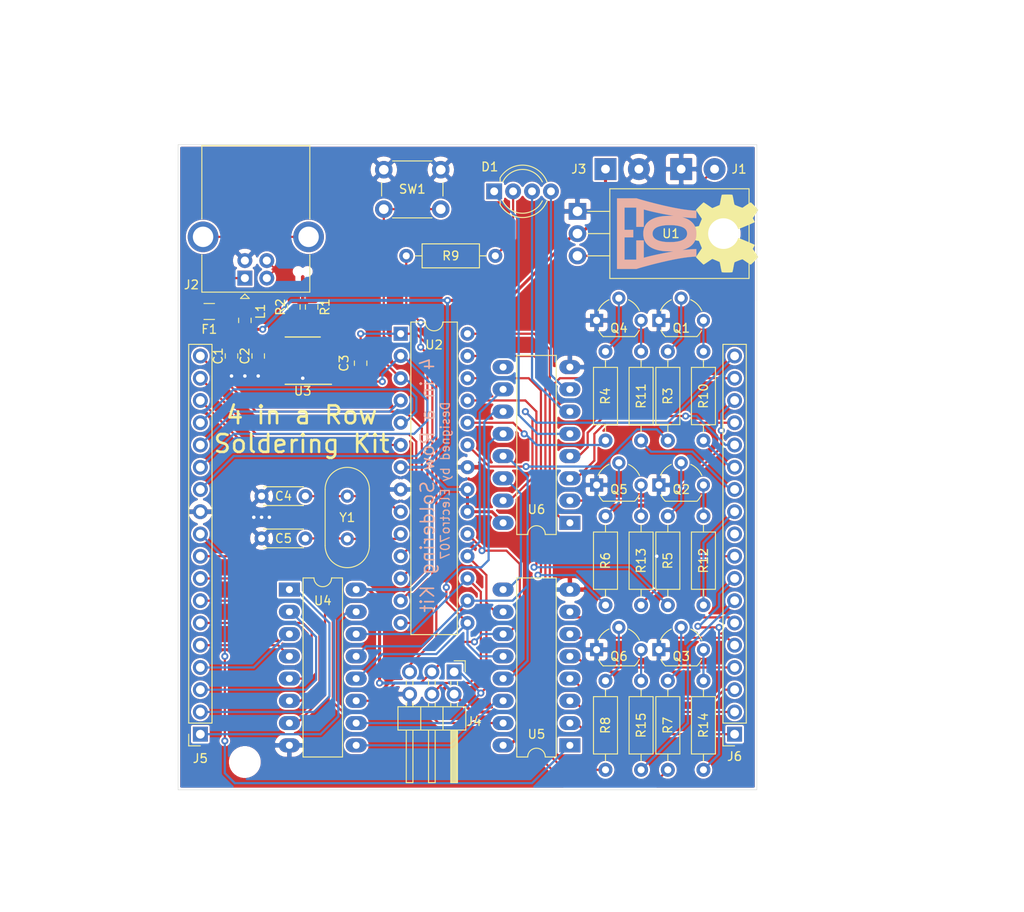
<source format=kicad_pcb>
(kicad_pcb (version 20171130) (host pcbnew 5.1.8)
  (layers (0 F.Cu signal) (31 B.Cu signal) (34 B.Paste user) (35 F.Paste user) (36 B.SilkS user) (37 F.SilkS user) (38 B.Mask user) (39 F.Mask user) (44 Edge.Cuts user))
  (net 0 "")
  (net 1 XTAL1)
  (net 2 XTAL2)
  (net 3 VCC)
  (net 4 ~RESET)
  (net 5 DATA)
  (net 6 SRCLK)
  (net 7 ~SRCLR)
  (net 8 "Net-(R3-Pad2)")
  (net 9 "Net-(R4-Pad2)")
  (net 10 "Net-(R5-Pad2)")
  (net 11 "Net-(R6-Pad2)")
  (net 12 Button1)
  (net 13 Button2)
  (net 14 Button3)
  (net 15 Button4)
  (net 16 Button5)
  (net 17 Button6)
  (net 18 Button7)
  (net 19 ~OE)
  (net 20 RCLK)
  (net 21 Row3_LEDs)
  (net 22 Row6_LEDs)
  (net 23 Row2_LEDs)
  (net 24 Row5_LEDs)
  (net 25 Row1_LEDs)
  (net 26 Row4_LEDs)
  (net 27 /C4R)
  (net 28 /C3B)
  (net 29 /C3G)
  (net 30 /C3R)
  (net 31 /C2B)
  (net 32 /C2G)
  (net 33 /C2R)
  (net 34 /C1B)
  (net 35 /C1G)
  (net 36 /C1R)
  (net 37 /C6G)
  (net 38 /C6B)
  (net 39 /C7R)
  (net 40 /C7G)
  (net 41 /C7B)
  (net 42 /C6R)
  (net 43 /C5B)
  (net 44 /C5G)
  (net 45 /C5R)
  (net 46 /C4B)
  (net 47 /C4G)
  (net 48 GND)
  (net 49 "Net-(U5-Pad9)")
  (net 50 "Net-(D1-Pad4)")
  (net 51 "Net-(D1-Pad3)")
  (net 52 Status_LED)
  (net 53 "Net-(D1-Pad1)")
  (net 54 "Net-(R7-Pad2)")
  (net 55 Button8)
  (net 56 /R6)
  (net 57 /R5)
  (net 58 /R4)
  (net 59 /R3)
  (net 60 /R2)
  (net 61 /R1)
  (net 62 Row1_Base)
  (net 63 Row2_Base)
  (net 64 Row3_Base)
  (net 65 Row4_Base)
  (net 66 Row5_Base)
  (net 67 Row6_Base)
  (net 68 "Net-(F1-Pad2)")
  (net 69 "Net-(F1-Pad1)")
  (net 70 "Net-(J1-Pad2)")
  (net 71 "Net-(J2-Pad5)")
  (net 72 "Net-(J6-Pad10)")
  (net 73 "Net-(U3-Pad16)")
  (net 74 "Net-(U3-Pad15)")
  (net 75 "Net-(U3-Pad14)")
  (net 76 "Net-(U3-Pad7)")
  (net 77 "Net-(U4-Pad9)")
  (net 78 "Net-(U6-Pad9)")
  (net 79 /D+)
  (net 80 /D-)
  (net 81 "Net-(C2-Pad1)")
  (net 82 "Net-(C3-Pad2)")
  (net 83 /DR+)
  (net 84 /DR-)
  (net 85 "Net-(R8-Pad2)")
  (net 86 "Net-(R9-Pad2)")
  (net 87 "Net-(U3-Pad6)")
  (module Symbol:OSHW-Symbol_8.9x8mm_SilkScreen (layer F.Cu) (at 163.83 87.63 90)
    (fp_text reference REF** hide)
    (fp_text value OSHW-Symbol_8.9x8mm_SilkScreen hide)
  )
  (module Logo:new_707_logo_10x11 (layer B.Cu) (at 156.21 87.63 270)
    (fp_text reference G*** hide)
    (fp_text value LOGO hide)
  )
  (module Connector_USB:USB_B_OST_USB-B1HSxx_Horizontal (layer F.Cu) (at 109.22 92.71 90)
    (fp_text reference J2 (at -0.762 -6.096 180) (layer F.SilkS))
    (fp_text value USB_B)
    (pad 1 thru_hole rect (at 0 0 90) (size 1.7 1.7) (drill 0.92) (layers *.Cu *.Mask) (net 68 "Net-(F1-Pad2)"))
    (pad 2 thru_hole circle (at 0 2.5 90) (size 1.7 1.7) (drill 0.92) (layers *.Cu *.Mask) (net 80 /D-))
    (pad 3 thru_hole circle (at 2 2.5 90) (size 1.7 1.7) (drill 0.92) (layers *.Cu *.Mask) (net 79 /D+))
    (pad 4 thru_hole circle (at 2 0 90) (size 1.7 1.7) (drill 0.92) (layers *.Cu *.Mask) (net 48 GND))
    (pad 5 thru_hole circle (at 4.71 -4.77 90) (size 3.5 3.5) (drill 2.33) (layers *.Cu *.Mask) (net 71 "Net-(J2-Pad5)"))
    (pad 5 thru_hole circle (at 4.71 7.27 90) (size 3.5 3.5) (drill 2.33) (layers *.Cu *.Mask) (net 71 "Net-(J2-Pad5)"))
  )
  (module Resistor_SMD:R_0805_2012Metric_Pad1.15x1.40mm_HandSolder (layer F.Cu) (at 114.808 96.012 90)
    (fp_text reference R2 (at 0 -1.524 90) (layer F.SilkS))
    (fp_text value 27)
    (pad 2 smd roundrect (at 1.025 0 90) (size 1.15 1.4) (layers F.Cu F.Paste F.Mask) (roundrect_rratio 0.217391) (net 80 /D-))
    (pad 1 smd roundrect (at -1.025 0 90) (size 1.15 1.4) (layers F.Cu F.Paste F.Mask) (roundrect_rratio 0.217391) (net 84 /DR-))
  )
  (module Resistor_SMD:R_0805_2012Metric_Pad1.15x1.40mm_HandSolder (layer F.Cu) (at 116.84 96.012 90)
    (fp_text reference R1 (at 0 1.524 90) (layer F.SilkS))
    (fp_text value 27)
    (pad 2 smd roundrect (at 1.025 0 90) (size 1.15 1.4) (layers F.Cu F.Paste F.Mask) (roundrect_rratio 0.217391) (net 79 /D+))
    (pad 1 smd roundrect (at -1.025 0 90) (size 1.15 1.4) (layers F.Cu F.Paste F.Mask) (roundrect_rratio 0.217391) (net 83 /DR+))
  )
  (module Capacitor_SMD:C_0805_2012Metric_Pad1.15x1.40mm_HandSolder (layer F.Cu) (at 110.744 101.6 270)
    (fp_text reference C2 (at 0 1.524 90) (layer F.SilkS))
    (fp_text value 100nF)
    (pad 2 smd roundrect (at 1.025 0 270) (size 1.15 1.4) (layers F.Cu F.Paste F.Mask) (roundrect_rratio 0.217391) (net 48 GND))
    (pad 1 smd roundrect (at -1.025 0 270) (size 1.15 1.4) (layers F.Cu F.Paste F.Mask) (roundrect_rratio 0.217391) (net 81 "Net-(C2-Pad1)"))
  )
  (module Capacitor_SMD:C_0805_2012Metric_Pad1.15x1.40mm_HandSolder (layer F.Cu) (at 107.696 101.6 270)
    (fp_text reference C1 (at 0 1.524 90) (layer F.SilkS))
    (fp_text value C)
    (pad 2 smd roundrect (at 1.025 0 270) (size 1.15 1.4) (layers F.Cu F.Paste F.Mask) (roundrect_rratio 0.217391) (net 48 GND))
    (pad 1 smd roundrect (at -1.025 0 270) (size 1.15 1.4) (layers F.Cu F.Paste F.Mask) (roundrect_rratio 0.217391) (net 3 VCC))
  )
  (module Package_SO:SSOP-16_3.9x4.9mm_P0.635mm (layer F.Cu) (at 115.824 102.108 180)
    (fp_text reference U3 (at 0 -3.5) (layer F.SilkS))
    (fp_text value FT230XS)
    (pad 16 smd rect (at 2.6 -2.2225 180) (size 1.2 0.4) (layers F.Cu F.Paste F.Mask) (net 73 "Net-(U3-Pad16)"))
    (pad 15 smd rect (at 2.6 -1.5875 180) (size 1.2 0.4) (layers F.Cu F.Paste F.Mask) (net 74 "Net-(U3-Pad15)"))
    (pad 14 smd rect (at 2.6 -0.9525 180) (size 1.2 0.4) (layers F.Cu F.Paste F.Mask) (net 75 "Net-(U3-Pad14)"))
    (pad 13 smd rect (at 2.6 -0.3175 180) (size 1.2 0.4) (layers F.Cu F.Paste F.Mask) (net 48 GND))
    (pad 12 smd rect (at 2.6 0.3175 180) (size 1.2 0.4) (layers F.Cu F.Paste F.Mask) (net 3 VCC))
    (pad 11 smd rect (at 2.6 0.9525 180) (size 1.2 0.4) (layers F.Cu F.Paste F.Mask) (net 81 "Net-(C2-Pad1)"))
    (pad 10 smd rect (at 2.6 1.5875 180) (size 1.2 0.4) (layers F.Cu F.Paste F.Mask) (net 81 "Net-(C2-Pad1)"))
    (pad 9 smd rect (at 2.6 2.2225 180) (size 1.2 0.4) (layers F.Cu F.Paste F.Mask) (net 84 /DR-))
    (pad 8 smd rect (at -2.6 2.2225 180) (size 1.2 0.4) (layers F.Cu F.Paste F.Mask) (net 83 /DR+))
    (pad 7 smd rect (at -2.6 1.5875 180) (size 1.2 0.4) (layers F.Cu F.Paste F.Mask) (net 76 "Net-(U3-Pad7)"))
    (pad 6 smd rect (at -2.6 0.9525 180) (size 1.2 0.4) (layers F.Cu F.Paste F.Mask) (net 87 "Net-(U3-Pad6)"))
    (pad 5 smd rect (at -2.6 0.3175 180) (size 1.2 0.4) (layers F.Cu F.Paste F.Mask) (net 48 GND))
    (pad 4 smd rect (at -2.6 -0.3175 180) (size 1.2 0.4) (layers F.Cu F.Paste F.Mask) (net 13 Button2))
    (pad 3 smd rect (at -2.6 -0.9525 180) (size 1.2 0.4) (layers F.Cu F.Paste F.Mask) (net 81 "Net-(C2-Pad1)"))
    (pad 2 smd rect (at -2.6 -1.5875 180) (size 1.2 0.4) (layers F.Cu F.Paste F.Mask) (net 82 "Net-(C3-Pad2)"))
    (pad 1 smd rect (at -2.6 -2.2225 180) (size 1.2 0.4) (layers F.Cu F.Paste F.Mask) (net 12 Button1))
  )
  (module Inductor_SMD:L_0805_2012Metric_Pad1.15x1.40mm_HandSolder (layer F.Cu) (at 109.22 97.536 90)
    (fp_text reference L1 (at 1.016 1.778 90) (layer F.SilkS))
    (fp_text value BLM21AG102SN1D)
    (pad 2 smd roundrect (at 1.025 0 90) (size 1.15 1.4) (layers F.Cu F.Paste F.Mask) (roundrect_rratio 0.217391) (net 69 "Net-(F1-Pad1)"))
    (pad 1 smd roundrect (at -1.025 0 90) (size 1.15 1.4) (layers F.Cu F.Paste F.Mask) (roundrect_rratio 0.217391) (net 3 VCC))
  )
  (module Fuse:Fuse_1206_3216Metric_Pad1.42x1.75mm_HandSolder (layer F.Cu) (at 105.156 96.52 180)
    (fp_text reference F1 (at 0 -2.032) (layer F.SilkS))
    (fp_text value Polyfuse)
    (pad 2 smd roundrect (at 1.4875 0 180) (size 1.425 1.75) (layers F.Cu F.Paste F.Mask) (roundrect_rratio 0.175439) (net 68 "Net-(F1-Pad2)"))
    (pad 1 smd roundrect (at -1.4875 0 180) (size 1.425 1.75) (layers F.Cu F.Paste F.Mask) (roundrect_rratio 0.175439) (net 69 "Net-(F1-Pad1)"))
  )
  (module Capacitor_SMD:C_0805_2012Metric_Pad1.15x1.40mm_HandSolder (layer F.Cu) (at 122.428 102.4255 270)
    (fp_text reference C3 (at 0 1.905 90) (layer F.SilkS))
    (fp_text value 100nF)
    (pad 2 smd roundrect (at 1.025 0 270) (size 1.15 1.4) (layers F.Cu F.Paste F.Mask) (roundrect_rratio 0.217391) (net 82 "Net-(C3-Pad2)"))
    (pad 1 smd roundrect (at -1.025 0 270) (size 1.15 1.4) (layers F.Cu F.Paste F.Mask) (roundrect_rratio 0.217391) (net 4 ~RESET))
  )
  (module MountingHole:MountingHole_3.2mm_M3_DIN965 (layer F.Cu) (at 109.22 147.955)
    (fp_text reference H1 hide)
    (fp_text value MountingHole)
    (pad 1 np_thru_hole circle (at 0 0) (size 3.2 3.2) (drill 3.2) (layers *.Cu *.Mask))
  )
  (module Package_TO_SOT_THT:TO-220-3_Horizontal_TabDown (layer F.Cu) (at 147.17 85.09 270)
    (fp_text reference U1 (at 2.54 -10.668 180) (layer F.SilkS))
    (fp_text value AZ1117-5.0)
    (pad 3 thru_hole oval (at 5.08 0 270) (size 1.905 2) (drill 1.1) (layers *.Cu *.Mask) (net 70 "Net-(J1-Pad2)"))
    (pad 2 thru_hole oval (at 2.54 0 270) (size 1.905 2) (drill 1.1) (layers *.Cu *.Mask) (net 3 VCC))
    (pad 1 thru_hole rect (at 0 0 270) (size 1.905 2) (drill 1.1) (layers *.Cu *.Mask) (net 48 GND))
    (pad "" np_thru_hole oval (at 2.54 -16.66 270) (size 3.5 3.5) (drill 3.5) (layers *.Cu *.Mask))
  )
  (module Package_TO_SOT_THT:TO-92_Wide (layer F.Cu) (at 149.352 135.128)
    (fp_text reference Q6 (at 2.55 0.762) (layer F.SilkS))
    (fp_text value 2N3904)
    (pad 1 thru_hole rect (at 0 0 90) (size 1.5 1.5) (drill 0.8) (layers *.Cu *.Mask) (net 48 GND))
    (pad 3 thru_hole circle (at 5.08 0 90) (size 1.5 1.5) (drill 0.8) (layers *.Cu *.Mask) (net 22 Row6_LEDs))
    (pad 2 thru_hole circle (at 2.54 -2.54 90) (size 1.5 1.5) (drill 0.8) (layers *.Cu *.Mask) (net 67 Row6_Base))
  )
  (module Package_TO_SOT_THT:TO-92_Wide (layer F.Cu) (at 156.464 135.128)
    (fp_text reference Q3 (at 2.55 0.762) (layer F.SilkS))
    (fp_text value 2N3904)
    (pad 1 thru_hole rect (at 0 0 90) (size 1.5 1.5) (drill 0.8) (layers *.Cu *.Mask) (net 48 GND))
    (pad 3 thru_hole circle (at 5.08 0 90) (size 1.5 1.5) (drill 0.8) (layers *.Cu *.Mask) (net 24 Row5_LEDs))
    (pad 2 thru_hole circle (at 2.54 -2.54 90) (size 1.5 1.5) (drill 0.8) (layers *.Cu *.Mask) (net 66 Row5_Base))
  )
  (module Package_TO_SOT_THT:TO-92_Wide (layer F.Cu) (at 149.352 116.332)
    (fp_text reference Q5 (at 2.55 0.508) (layer F.SilkS))
    (fp_text value 2N3904)
    (pad 1 thru_hole rect (at 0 0 90) (size 1.5 1.5) (drill 0.8) (layers *.Cu *.Mask) (net 48 GND))
    (pad 3 thru_hole circle (at 5.08 0 90) (size 1.5 1.5) (drill 0.8) (layers *.Cu *.Mask) (net 26 Row4_LEDs))
    (pad 2 thru_hole circle (at 2.54 -2.54 90) (size 1.5 1.5) (drill 0.8) (layers *.Cu *.Mask) (net 65 Row4_Base))
  )
  (module Package_TO_SOT_THT:TO-92_Wide (layer F.Cu) (at 156.464 116.332)
    (fp_text reference Q2 (at 2.55 0.508) (layer F.SilkS))
    (fp_text value 2N3904)
    (pad 1 thru_hole rect (at 0 0 90) (size 1.5 1.5) (drill 0.8) (layers *.Cu *.Mask) (net 48 GND))
    (pad 3 thru_hole circle (at 5.08 0 90) (size 1.5 1.5) (drill 0.8) (layers *.Cu *.Mask) (net 21 Row3_LEDs))
    (pad 2 thru_hole circle (at 2.54 -2.54 90) (size 1.5 1.5) (drill 0.8) (layers *.Cu *.Mask) (net 64 Row3_Base))
  )
  (module Package_TO_SOT_THT:TO-92_Wide (layer F.Cu) (at 149.352 97.536)
    (fp_text reference Q4 (at 2.55 0.889) (layer F.SilkS))
    (fp_text value 2N3904)
    (pad 1 thru_hole rect (at 0 0 90) (size 1.5 1.5) (drill 0.8) (layers *.Cu *.Mask) (net 48 GND))
    (pad 3 thru_hole circle (at 5.08 0 90) (size 1.5 1.5) (drill 0.8) (layers *.Cu *.Mask) (net 23 Row2_LEDs))
    (pad 2 thru_hole circle (at 2.54 -2.54 90) (size 1.5 1.5) (drill 0.8) (layers *.Cu *.Mask) (net 63 Row2_Base))
  )
  (module Package_TO_SOT_THT:TO-92_Wide (layer F.Cu) (at 156.464 97.536)
    (fp_text reference Q1 (at 2.55 0.889) (layer F.SilkS))
    (fp_text value 2N3904)
    (pad 1 thru_hole rect (at 0 0 90) (size 1.5 1.5) (drill 0.8) (layers *.Cu *.Mask) (net 48 GND))
    (pad 3 thru_hole circle (at 5.08 0 90) (size 1.5 1.5) (drill 0.8) (layers *.Cu *.Mask) (net 25 Row1_LEDs))
    (pad 2 thru_hole circle (at 2.54 -2.54 90) (size 1.5 1.5) (drill 0.8) (layers *.Cu *.Mask) (net 62 Row1_Base))
  )
  (module Resistor_THT:R_Axial_DIN0207_L6.3mm_D2.5mm_P10.16mm_Horizontal (layer F.Cu) (at 154.432 148.844 90)
    (fp_text reference R15 (at 5.08 0 90) (layer F.SilkS))
    (fp_text value 100)
    (pad 2 thru_hole oval (at 10.16 0 90) (size 1.6 1.6) (drill 0.8) (layers *.Cu *.Mask) (net 22 Row6_LEDs))
    (pad 1 thru_hole circle (at 0 0 90) (size 1.6 1.6) (drill 0.8) (layers *.Cu *.Mask) (net 56 /R6))
  )
  (module Resistor_THT:R_Axial_DIN0207_L6.3mm_D2.5mm_P10.16mm_Horizontal (layer F.Cu) (at 161.544 148.844 90)
    (fp_text reference R14 (at 5.08 0 90) (layer F.SilkS))
    (fp_text value 100)
    (pad 2 thru_hole oval (at 10.16 0 90) (size 1.6 1.6) (drill 0.8) (layers *.Cu *.Mask) (net 24 Row5_LEDs))
    (pad 1 thru_hole circle (at 0 0 90) (size 1.6 1.6) (drill 0.8) (layers *.Cu *.Mask) (net 57 /R5))
  )
  (module Resistor_THT:R_Axial_DIN0207_L6.3mm_D2.5mm_P10.16mm_Horizontal (layer F.Cu) (at 154.432 130.048 90)
    (fp_text reference R13 (at 5.08 0 90) (layer F.SilkS))
    (fp_text value 100)
    (pad 2 thru_hole oval (at 10.16 0 90) (size 1.6 1.6) (drill 0.8) (layers *.Cu *.Mask) (net 26 Row4_LEDs))
    (pad 1 thru_hole circle (at 0 0 90) (size 1.6 1.6) (drill 0.8) (layers *.Cu *.Mask) (net 58 /R4))
  )
  (module Resistor_THT:R_Axial_DIN0207_L6.3mm_D2.5mm_P10.16mm_Horizontal (layer F.Cu) (at 161.544 130.048 90)
    (fp_text reference R12 (at 5.08 0 90) (layer F.SilkS))
    (fp_text value 100)
    (pad 2 thru_hole oval (at 10.16 0 90) (size 1.6 1.6) (drill 0.8) (layers *.Cu *.Mask) (net 21 Row3_LEDs))
    (pad 1 thru_hole circle (at 0 0 90) (size 1.6 1.6) (drill 0.8) (layers *.Cu *.Mask) (net 59 /R3))
  )
  (module Resistor_THT:R_Axial_DIN0207_L6.3mm_D2.5mm_P10.16mm_Horizontal (layer F.Cu) (at 154.432 111.252 90)
    (fp_text reference R11 (at 5.08 0 90) (layer F.SilkS))
    (fp_text value 100)
    (pad 2 thru_hole oval (at 10.16 0 90) (size 1.6 1.6) (drill 0.8) (layers *.Cu *.Mask) (net 23 Row2_LEDs))
    (pad 1 thru_hole circle (at 0 0 90) (size 1.6 1.6) (drill 0.8) (layers *.Cu *.Mask) (net 60 /R2))
  )
  (module Resistor_THT:R_Axial_DIN0207_L6.3mm_D2.5mm_P10.16mm_Horizontal (layer F.Cu) (at 161.544 111.252 90)
    (fp_text reference R10 (at 5.08 0 90) (layer F.SilkS))
    (fp_text value 100)
    (pad 2 thru_hole oval (at 10.16 0 90) (size 1.6 1.6) (drill 0.8) (layers *.Cu *.Mask) (net 25 Row1_LEDs))
    (pad 1 thru_hole circle (at 0 0 90) (size 1.6 1.6) (drill 0.8) (layers *.Cu *.Mask) (net 61 /R1))
  )
  (module Connector_PinHeader_2.54mm:PinHeader_2x03_P2.54mm_Horizontal (layer F.Cu) (at 133.096 137.668 270)
    (fp_text reference J4 (at 5.655 -2.27 180) (layer F.SilkS))
    (fp_text value AVR-ISP-6)
    (pad 6 thru_hole oval (at 2.54 5.08 270) (size 1.7 1.7) (drill 1) (layers *.Cu *.Mask) (net 48 GND))
    (pad 5 thru_hole oval (at 0 5.08 270) (size 1.7 1.7) (drill 1) (layers *.Cu *.Mask) (net 4 ~RESET))
    (pad 4 thru_hole oval (at 2.54 2.54 270) (size 1.7 1.7) (drill 1) (layers *.Cu *.Mask) (net 5 DATA))
    (pad 3 thru_hole oval (at 0 2.54 270) (size 1.7 1.7) (drill 1) (layers *.Cu *.Mask) (net 6 SRCLK))
    (pad 2 thru_hole oval (at 2.54 0 270) (size 1.7 1.7) (drill 1) (layers *.Cu *.Mask) (net 3 VCC))
    (pad 1 thru_hole rect (at 0 0 270) (size 1.7 1.7) (drill 1) (layers *.Cu *.Mask) (net 7 ~SRCLR))
  )
  (module Button_Switch_THT:SW_PUSH_6mm_H5mm (layer F.Cu) (at 131.572 84.836 180)
    (fp_text reference SW1 (at 3.25 2.286) (layer F.SilkS))
    (fp_text value SW_SPST)
    (pad 1 thru_hole circle (at 6.5 0 270) (size 2 2) (drill 1.1) (layers *.Cu *.Mask) (net 55 Button8))
    (pad 2 thru_hole circle (at 6.5 4.5 270) (size 2 2) (drill 1.1) (layers *.Cu *.Mask) (net 48 GND))
    (pad 1 thru_hole circle (at 0 0 270) (size 2 2) (drill 1.1) (layers *.Cu *.Mask) (net 55 Button8))
    (pad 2 thru_hole circle (at 0 4.5 270) (size 2 2) (drill 1.1) (layers *.Cu *.Mask) (net 48 GND))
  )
  (module Resistor_THT:R_Axial_DIN0207_L6.3mm_D2.5mm_P10.16mm_Horizontal (layer F.Cu) (at 137.795 90.17 180)
    (fp_text reference R9 (at 5.08 0) (layer F.SilkS))
    (fp_text value 330)
    (pad 2 thru_hole oval (at 10.16 0 180) (size 1.6 1.6) (drill 0.8) (layers *.Cu *.Mask) (net 86 "Net-(R9-Pad2)"))
    (pad 1 thru_hole circle (at 0 0 180) (size 1.6 1.6) (drill 0.8) (layers *.Cu *.Mask) (net 52 Status_LED))
  )
  (module LED_THT:LED_D5.0mm-4_RGB_Wide_Pins (layer F.Cu) (at 137.668 82.804)
    (fp_text reference D1 (at -0.508 -2.794) (layer F.SilkS))
    (fp_text value LED_RCGB)
    (pad 4 thru_hole circle (at 6.477 0) (size 1.8 1.8) (drill 0.9) (layers *.Cu *.Mask) (net 50 "Net-(D1-Pad4)"))
    (pad 3 thru_hole circle (at 4.318 0) (size 1.8 1.8) (drill 0.9) (layers *.Cu *.Mask) (net 51 "Net-(D1-Pad3)"))
    (pad 2 thru_hole circle (at 2.159 0) (size 1.8 1.8) (drill 0.9) (layers *.Cu *.Mask) (net 52 Status_LED))
    (pad 1 thru_hole rect (at 0 0) (size 1.8 1.8) (drill 0.9) (layers *.Cu *.Mask) (net 53 "Net-(D1-Pad1)"))
  )
  (module Connector_Wire:SolderWirePad_1x02_P3.81mm_Drill1mm (layer F.Cu) (at 150.368 80.264)
    (fp_text reference J3 (at -3.048 0) (layer F.SilkS))
    (fp_text value Conn_01x02)
    (pad 1 thru_hole rect (at 0 0) (size 2.49936 2.49936) (drill 1.00076) (layers *.Cu *.Mask) (net 3 VCC))
    (pad 2 thru_hole circle (at 3.81 0) (size 2.49936 2.49936) (drill 1.00076) (layers *.Cu *.Mask) (net 48 GND))
  )
  (module Connector_Wire:SolderWirePad_1x02_P3.81mm_Drill1mm (layer F.Cu) (at 159.004 80.264)
    (fp_text reference J1 (at 6.604 0) (layer F.SilkS))
    (fp_text value Conn_01x02)
    (pad 1 thru_hole rect (at 0 0) (size 2.49936 2.49936) (drill 1.00076) (layers *.Cu *.Mask) (net 48 GND))
    (pad 2 thru_hole circle (at 3.81 0) (size 2.49936 2.49936) (drill 1.00076) (layers *.Cu *.Mask) (net 70 "Net-(J1-Pad2)"))
  )
  (module Crystal:Crystal_HC49-4H_Vertical (layer F.Cu) (at 120.904 117.602 270)
    (fp_text reference Y1 (at 2.44 0 180) (layer F.SilkS))
    (fp_text value "16 Mhz")
    (pad 2 thru_hole circle (at 4.88 0 270) (size 1.5 1.5) (drill 0.8) (layers *.Cu *.Mask) (net 2 XTAL2))
    (pad 1 thru_hole circle (at 0 0 270) (size 1.5 1.5) (drill 0.8) (layers *.Cu *.Mask) (net 1 XTAL1))
  )
  (module Connector_PinSocket_2.54mm:PinSocket_1x18_P2.54mm_Vertical (layer F.Cu) (at 165.1 144.78 180)
    (fp_text reference J6 (at 0 -2.54) (layer F.SilkS))
    (fp_text value Conn_01x18_Female)
    (pad 1 thru_hole rect (at 0 0 180) (size 1.7 1.7) (drill 1) (layers *.Cu *.Mask) (net 47 /C4G))
    (pad 2 thru_hole oval (at 0 2.54 180) (size 1.7 1.7) (drill 1) (layers *.Cu *.Mask) (net 46 /C4B))
    (pad 3 thru_hole oval (at 0 5.08 180) (size 1.7 1.7) (drill 1) (layers *.Cu *.Mask) (net 45 /C5R))
    (pad 4 thru_hole oval (at 0 7.62 180) (size 1.7 1.7) (drill 1) (layers *.Cu *.Mask) (net 44 /C5G))
    (pad 5 thru_hole oval (at 0 10.16 180) (size 1.7 1.7) (drill 1) (layers *.Cu *.Mask) (net 43 /C5B))
    (pad 6 thru_hole oval (at 0 12.7 180) (size 1.7 1.7) (drill 1) (layers *.Cu *.Mask) (net 42 /C6R))
    (pad 7 thru_hole oval (at 0 15.24 180) (size 1.7 1.7) (drill 1) (layers *.Cu *.Mask) (net 56 /R6))
    (pad 8 thru_hole oval (at 0 17.78 180) (size 1.7 1.7) (drill 1) (layers *.Cu *.Mask) (net 57 /R5))
    (pad 9 thru_hole oval (at 0 20.32 180) (size 1.7 1.7) (drill 1) (layers *.Cu *.Mask) (net 58 /R4))
    (pad 10 thru_hole oval (at 0 22.86 180) (size 1.7 1.7) (drill 1) (layers *.Cu *.Mask) (net 72 "Net-(J6-Pad10)"))
    (pad 11 thru_hole oval (at 0 25.4 180) (size 1.7 1.7) (drill 1) (layers *.Cu *.Mask) (net 59 /R3))
    (pad 12 thru_hole oval (at 0 27.94 180) (size 1.7 1.7) (drill 1) (layers *.Cu *.Mask) (net 60 /R2))
    (pad 13 thru_hole oval (at 0 30.48 180) (size 1.7 1.7) (drill 1) (layers *.Cu *.Mask) (net 61 /R1))
    (pad 14 thru_hole oval (at 0 33.02 180) (size 1.7 1.7) (drill 1) (layers *.Cu *.Mask) (net 41 /C7B))
    (pad 15 thru_hole oval (at 0 35.56 180) (size 1.7 1.7) (drill 1) (layers *.Cu *.Mask) (net 40 /C7G))
    (pad 16 thru_hole oval (at 0 38.1 180) (size 1.7 1.7) (drill 1) (layers *.Cu *.Mask) (net 39 /C7R))
    (pad 17 thru_hole oval (at 0 40.64 180) (size 1.7 1.7) (drill 1) (layers *.Cu *.Mask) (net 38 /C6B))
    (pad 18 thru_hole oval (at 0 43.18 180) (size 1.7 1.7) (drill 1) (layers *.Cu *.Mask) (net 37 /C6G))
  )
  (module Connector_PinSocket_2.54mm:PinSocket_1x18_P2.54mm_Vertical (layer F.Cu) (at 104.14 144.78 180)
    (fp_text reference J5 (at 0 -2.77) (layer F.SilkS))
    (fp_text value Conn_01x18_Female)
    (pad 1 thru_hole rect (at 0 0 180) (size 1.7 1.7) (drill 1) (layers *.Cu *.Mask) (net 36 /C1R))
    (pad 2 thru_hole oval (at 0 2.54 180) (size 1.7 1.7) (drill 1) (layers *.Cu *.Mask) (net 35 /C1G))
    (pad 3 thru_hole oval (at 0 5.08 180) (size 1.7 1.7) (drill 1) (layers *.Cu *.Mask) (net 34 /C1B))
    (pad 4 thru_hole oval (at 0 7.62 180) (size 1.7 1.7) (drill 1) (layers *.Cu *.Mask) (net 33 /C2R))
    (pad 5 thru_hole oval (at 0 10.16 180) (size 1.7 1.7) (drill 1) (layers *.Cu *.Mask) (net 32 /C2G))
    (pad 6 thru_hole oval (at 0 12.7 180) (size 1.7 1.7) (drill 1) (layers *.Cu *.Mask) (net 31 /C2B))
    (pad 7 thru_hole oval (at 0 15.24 180) (size 1.7 1.7) (drill 1) (layers *.Cu *.Mask) (net 30 /C3R))
    (pad 8 thru_hole oval (at 0 17.78 180) (size 1.7 1.7) (drill 1) (layers *.Cu *.Mask) (net 29 /C3G))
    (pad 9 thru_hole oval (at 0 20.32 180) (size 1.7 1.7) (drill 1) (layers *.Cu *.Mask) (net 28 /C3B))
    (pad 10 thru_hole oval (at 0 22.86 180) (size 1.7 1.7) (drill 1) (layers *.Cu *.Mask) (net 27 /C4R))
    (pad 11 thru_hole oval (at 0 25.4 180) (size 1.7 1.7) (drill 1) (layers *.Cu *.Mask) (net 48 GND))
    (pad 12 thru_hole oval (at 0 27.94 180) (size 1.7 1.7) (drill 1) (layers *.Cu *.Mask) (net 12 Button1))
    (pad 13 thru_hole oval (at 0 30.48 180) (size 1.7 1.7) (drill 1) (layers *.Cu *.Mask) (net 13 Button2))
    (pad 14 thru_hole oval (at 0 33.02 180) (size 1.7 1.7) (drill 1) (layers *.Cu *.Mask) (net 14 Button3))
    (pad 15 thru_hole oval (at 0 35.56 180) (size 1.7 1.7) (drill 1) (layers *.Cu *.Mask) (net 15 Button4))
    (pad 16 thru_hole oval (at 0 38.1 180) (size 1.7 1.7) (drill 1) (layers *.Cu *.Mask) (net 16 Button5))
    (pad 17 thru_hole oval (at 0 40.64 180) (size 1.7 1.7) (drill 1) (layers *.Cu *.Mask) (net 17 Button6))
    (pad 18 thru_hole oval (at 0 43.18 180) (size 1.7 1.7) (drill 1) (layers *.Cu *.Mask) (net 18 Button7))
  )
  (module Package_DIP:DIP-16_W7.62mm_LongPads (layer F.Cu) (at 114.3 128.27)
    (fp_text reference U4 (at 3.81 1.27) (layer F.SilkS))
    (fp_text value 74HC595)
    (pad 1 thru_hole rect (at 0 0) (size 2.4 1.6) (drill 0.8) (layers *.Cu *.Mask) (net 35 /C1G))
    (pad 9 thru_hole oval (at 7.62 17.78) (size 2.4 1.6) (drill 0.8) (layers *.Cu *.Mask) (net 77 "Net-(U4-Pad9)"))
    (pad 2 thru_hole oval (at 0 2.54) (size 2.4 1.6) (drill 0.8) (layers *.Cu *.Mask) (net 34 /C1B))
    (pad 10 thru_hole oval (at 7.62 15.24) (size 2.4 1.6) (drill 0.8) (layers *.Cu *.Mask) (net 7 ~SRCLR))
    (pad 3 thru_hole oval (at 0 5.08) (size 2.4 1.6) (drill 0.8) (layers *.Cu *.Mask) (net 33 /C2R))
    (pad 11 thru_hole oval (at 7.62 12.7) (size 2.4 1.6) (drill 0.8) (layers *.Cu *.Mask) (net 6 SRCLK))
    (pad 4 thru_hole oval (at 0 7.62) (size 2.4 1.6) (drill 0.8) (layers *.Cu *.Mask) (net 32 /C2G))
    (pad 12 thru_hole oval (at 7.62 10.16) (size 2.4 1.6) (drill 0.8) (layers *.Cu *.Mask) (net 20 RCLK))
    (pad 5 thru_hole oval (at 0 10.16) (size 2.4 1.6) (drill 0.8) (layers *.Cu *.Mask) (net 31 /C2B))
    (pad 13 thru_hole oval (at 7.62 7.62) (size 2.4 1.6) (drill 0.8) (layers *.Cu *.Mask) (net 19 ~OE))
    (pad 6 thru_hole oval (at 0 12.7) (size 2.4 1.6) (drill 0.8) (layers *.Cu *.Mask) (net 30 /C3R))
    (pad 14 thru_hole oval (at 7.62 5.08) (size 2.4 1.6) (drill 0.8) (layers *.Cu *.Mask) (net 5 DATA))
    (pad 7 thru_hole oval (at 0 15.24) (size 2.4 1.6) (drill 0.8) (layers *.Cu *.Mask) (net 29 /C3G))
    (pad 15 thru_hole oval (at 7.62 2.54) (size 2.4 1.6) (drill 0.8) (layers *.Cu *.Mask) (net 36 /C1R))
    (pad 8 thru_hole oval (at 0 17.78) (size 2.4 1.6) (drill 0.8) (layers *.Cu *.Mask) (net 48 GND))
    (pad 16 thru_hole oval (at 7.62 0) (size 2.4 1.6) (drill 0.8) (layers *.Cu *.Mask) (net 3 VCC))
  )
  (module Package_DIP:DIP-28_W7.62mm (layer F.Cu) (at 127 99.06)
    (fp_text reference U2 (at 3.81 1.27) (layer F.SilkS))
    (fp_text value ATmega328P-PU)
    (pad 1 thru_hole rect (at 0 0) (size 1.6 1.6) (drill 0.8) (layers *.Cu *.Mask) (net 4 ~RESET))
    (pad 15 thru_hole oval (at 7.62 33.02) (size 1.6 1.6) (drill 0.8) (layers *.Cu *.Mask) (net 20 RCLK))
    (pad 2 thru_hole oval (at 0 2.54) (size 1.6 1.6) (drill 0.8) (layers *.Cu *.Mask) (net 12 Button1))
    (pad 16 thru_hole oval (at 7.62 30.48) (size 1.6 1.6) (drill 0.8) (layers *.Cu *.Mask) (net 19 ~OE))
    (pad 3 thru_hole oval (at 0 5.08) (size 1.6 1.6) (drill 0.8) (layers *.Cu *.Mask) (net 13 Button2))
    (pad 17 thru_hole oval (at 7.62 27.94) (size 1.6 1.6) (drill 0.8) (layers *.Cu *.Mask) (net 5 DATA))
    (pad 4 thru_hole oval (at 0 7.62) (size 1.6 1.6) (drill 0.8) (layers *.Cu *.Mask) (net 14 Button3))
    (pad 18 thru_hole oval (at 7.62 25.4) (size 1.6 1.6) (drill 0.8) (layers *.Cu *.Mask) (net 7 ~SRCLR))
    (pad 5 thru_hole oval (at 0 10.16) (size 1.6 1.6) (drill 0.8) (layers *.Cu *.Mask) (net 15 Button4))
    (pad 19 thru_hole oval (at 7.62 22.86) (size 1.6 1.6) (drill 0.8) (layers *.Cu *.Mask) (net 6 SRCLK))
    (pad 6 thru_hole oval (at 0 12.7) (size 1.6 1.6) (drill 0.8) (layers *.Cu *.Mask) (net 16 Button5))
    (pad 20 thru_hole oval (at 7.62 20.32) (size 1.6 1.6) (drill 0.8) (layers *.Cu *.Mask) (net 3 VCC))
    (pad 7 thru_hole oval (at 0 15.24) (size 1.6 1.6) (drill 0.8) (layers *.Cu *.Mask) (net 3 VCC))
    (pad 21 thru_hole oval (at 7.62 17.78) (size 1.6 1.6) (drill 0.8) (layers *.Cu *.Mask) (net 3 VCC))
    (pad 8 thru_hole oval (at 0 17.78) (size 1.6 1.6) (drill 0.8) (layers *.Cu *.Mask) (net 48 GND))
    (pad 22 thru_hole oval (at 7.62 15.24) (size 1.6 1.6) (drill 0.8) (layers *.Cu *.Mask) (net 48 GND))
    (pad 9 thru_hole oval (at 0 20.32) (size 1.6 1.6) (drill 0.8) (layers *.Cu *.Mask) (net 1 XTAL1))
    (pad 23 thru_hole oval (at 7.62 12.7) (size 1.6 1.6) (drill 0.8) (layers *.Cu *.Mask) (net 8 "Net-(R3-Pad2)"))
    (pad 10 thru_hole oval (at 0 22.86) (size 1.6 1.6) (drill 0.8) (layers *.Cu *.Mask) (net 2 XTAL2))
    (pad 24 thru_hole oval (at 7.62 10.16) (size 1.6 1.6) (drill 0.8) (layers *.Cu *.Mask) (net 9 "Net-(R4-Pad2)"))
    (pad 11 thru_hole oval (at 0 25.4) (size 1.6 1.6) (drill 0.8) (layers *.Cu *.Mask) (net 17 Button6))
    (pad 25 thru_hole oval (at 7.62 7.62) (size 1.6 1.6) (drill 0.8) (layers *.Cu *.Mask) (net 10 "Net-(R5-Pad2)"))
    (pad 12 thru_hole oval (at 0 27.94) (size 1.6 1.6) (drill 0.8) (layers *.Cu *.Mask) (net 18 Button7))
    (pad 26 thru_hole oval (at 7.62 5.08) (size 1.6 1.6) (drill 0.8) (layers *.Cu *.Mask) (net 11 "Net-(R6-Pad2)"))
    (pad 13 thru_hole oval (at 0 30.48) (size 1.6 1.6) (drill 0.8) (layers *.Cu *.Mask) (net 55 Button8))
    (pad 27 thru_hole oval (at 7.62 2.54) (size 1.6 1.6) (drill 0.8) (layers *.Cu *.Mask) (net 54 "Net-(R7-Pad2)"))
    (pad 14 thru_hole oval (at 0 33.02) (size 1.6 1.6) (drill 0.8) (layers *.Cu *.Mask) (net 86 "Net-(R9-Pad2)"))
    (pad 28 thru_hole oval (at 7.62 0) (size 1.6 1.6) (drill 0.8) (layers *.Cu *.Mask) (net 85 "Net-(R8-Pad2)"))
  )
  (module Resistor_THT:R_Axial_DIN0207_L6.3mm_D2.5mm_P10.16mm_Horizontal (layer F.Cu) (at 150.368 138.684 270)
    (fp_text reference R8 (at 5.08 0 270) (layer F.SilkS))
    (fp_text value 1k)
    (pad 1 thru_hole circle (at 0 0 270) (size 1.6 1.6) (drill 0.8) (layers *.Cu *.Mask) (net 67 Row6_Base))
    (pad 2 thru_hole oval (at 10.16 0 270) (size 1.6 1.6) (drill 0.8) (layers *.Cu *.Mask) (net 85 "Net-(R8-Pad2)"))
  )
  (module Capacitor_THT:C_Disc_D4.3mm_W1.9mm_P5.00mm (layer F.Cu) (at 111.125 122.428)
    (fp_text reference C5 (at 2.5 0) (layer F.SilkS))
    (fp_text value 22pF)
    (pad 1 thru_hole circle (at 0 0) (size 1.6 1.6) (drill 0.8) (layers *.Cu *.Mask) (net 48 GND))
    (pad 2 thru_hole circle (at 5 0) (size 1.6 1.6) (drill 0.8) (layers *.Cu *.Mask) (net 2 XTAL2))
  )
  (module Capacitor_THT:C_Disc_D4.3mm_W1.9mm_P5.00mm (layer F.Cu) (at 111.125 117.602)
    (fp_text reference C4 (at 2.5 0) (layer F.SilkS))
    (fp_text value 22pF)
    (pad 1 thru_hole circle (at 0 0) (size 1.6 1.6) (drill 0.8) (layers *.Cu *.Mask) (net 48 GND))
    (pad 2 thru_hole circle (at 5 0) (size 1.6 1.6) (drill 0.8) (layers *.Cu *.Mask) (net 1 XTAL1))
  )
  (module Package_DIP:DIP-16_W7.62mm_LongPads (layer F.Cu) (at 146.304 120.65 180)
    (fp_text reference U6 (at 3.81 1.524) (layer F.SilkS))
    (fp_text value 74HC595)
    (pad 1 thru_hole rect (at 0 0 180) (size 2.4 1.6) (drill 0.8) (layers *.Cu *.Mask) (net 38 /C6B))
    (pad 9 thru_hole oval (at 7.62 17.78 180) (size 2.4 1.6) (drill 0.8) (layers *.Cu *.Mask) (net 78 "Net-(U6-Pad9)"))
    (pad 2 thru_hole oval (at 0 2.54 180) (size 2.4 1.6) (drill 0.8) (layers *.Cu *.Mask) (net 39 /C7R))
    (pad 10 thru_hole oval (at 7.62 15.24 180) (size 2.4 1.6) (drill 0.8) (layers *.Cu *.Mask) (net 7 ~SRCLR))
    (pad 3 thru_hole oval (at 0 5.08 180) (size 2.4 1.6) (drill 0.8) (layers *.Cu *.Mask) (net 40 /C7G))
    (pad 11 thru_hole oval (at 7.62 12.7 180) (size 2.4 1.6) (drill 0.8) (layers *.Cu *.Mask) (net 6 SRCLK))
    (pad 4 thru_hole oval (at 0 7.62 180) (size 2.4 1.6) (drill 0.8) (layers *.Cu *.Mask) (net 41 /C7B))
    (pad 12 thru_hole oval (at 7.62 10.16 180) (size 2.4 1.6) (drill 0.8) (layers *.Cu *.Mask) (net 20 RCLK))
    (pad 5 thru_hole oval (at 0 10.16 180) (size 2.4 1.6) (drill 0.8) (layers *.Cu *.Mask) (net 53 "Net-(D1-Pad1)"))
    (pad 13 thru_hole oval (at 7.62 7.62 180) (size 2.4 1.6) (drill 0.8) (layers *.Cu *.Mask) (net 19 ~OE))
    (pad 6 thru_hole oval (at 0 12.7 180) (size 2.4 1.6) (drill 0.8) (layers *.Cu *.Mask) (net 51 "Net-(D1-Pad3)"))
    (pad 14 thru_hole oval (at 7.62 5.08 180) (size 2.4 1.6) (drill 0.8) (layers *.Cu *.Mask) (net 49 "Net-(U5-Pad9)"))
    (pad 7 thru_hole oval (at 0 15.24 180) (size 2.4 1.6) (drill 0.8) (layers *.Cu *.Mask) (net 50 "Net-(D1-Pad4)"))
    (pad 15 thru_hole oval (at 7.62 2.54 180) (size 2.4 1.6) (drill 0.8) (layers *.Cu *.Mask) (net 37 /C6G))
    (pad 8 thru_hole oval (at 0 17.78 180) (size 2.4 1.6) (drill 0.8) (layers *.Cu *.Mask) (net 48 GND))
    (pad 16 thru_hole oval (at 7.62 0 180) (size 2.4 1.6) (drill 0.8) (layers *.Cu *.Mask) (net 3 VCC))
  )
  (module Package_DIP:DIP-16_W7.62mm_LongPads (layer F.Cu) (at 146.304 146.05 180)
    (fp_text reference U5 (at 3.81 1.27) (layer F.SilkS))
    (fp_text value 74HC595)
    (pad 1 thru_hole rect (at 0 0 180) (size 2.4 1.6) (drill 0.8) (layers *.Cu *.Mask) (net 27 /C4R))
    (pad 9 thru_hole oval (at 7.62 17.78 180) (size 2.4 1.6) (drill 0.8) (layers *.Cu *.Mask) (net 49 "Net-(U5-Pad9)"))
    (pad 2 thru_hole oval (at 0 2.54 180) (size 2.4 1.6) (drill 0.8) (layers *.Cu *.Mask) (net 47 /C4G))
    (pad 10 thru_hole oval (at 7.62 15.24 180) (size 2.4 1.6) (drill 0.8) (layers *.Cu *.Mask) (net 7 ~SRCLR))
    (pad 3 thru_hole oval (at 0 5.08 180) (size 2.4 1.6) (drill 0.8) (layers *.Cu *.Mask) (net 46 /C4B))
    (pad 11 thru_hole oval (at 7.62 12.7 180) (size 2.4 1.6) (drill 0.8) (layers *.Cu *.Mask) (net 6 SRCLK))
    (pad 4 thru_hole oval (at 0 7.62 180) (size 2.4 1.6) (drill 0.8) (layers *.Cu *.Mask) (net 45 /C5R))
    (pad 12 thru_hole oval (at 7.62 10.16 180) (size 2.4 1.6) (drill 0.8) (layers *.Cu *.Mask) (net 20 RCLK))
    (pad 5 thru_hole oval (at 0 10.16 180) (size 2.4 1.6) (drill 0.8) (layers *.Cu *.Mask) (net 44 /C5G))
    (pad 13 thru_hole oval (at 7.62 7.62 180) (size 2.4 1.6) (drill 0.8) (layers *.Cu *.Mask) (net 19 ~OE))
    (pad 6 thru_hole oval (at 0 12.7 180) (size 2.4 1.6) (drill 0.8) (layers *.Cu *.Mask) (net 43 /C5B))
    (pad 14 thru_hole oval (at 7.62 5.08 180) (size 2.4 1.6) (drill 0.8) (layers *.Cu *.Mask) (net 77 "Net-(U4-Pad9)"))
    (pad 7 thru_hole oval (at 0 15.24 180) (size 2.4 1.6) (drill 0.8) (layers *.Cu *.Mask) (net 42 /C6R))
    (pad 15 thru_hole oval (at 7.62 2.54 180) (size 2.4 1.6) (drill 0.8) (layers *.Cu *.Mask) (net 28 /C3B))
    (pad 8 thru_hole oval (at 0 17.78 180) (size 2.4 1.6) (drill 0.8) (layers *.Cu *.Mask) (net 48 GND))
    (pad 16 thru_hole oval (at 7.62 0 180) (size 2.4 1.6) (drill 0.8) (layers *.Cu *.Mask) (net 3 VCC))
  )
  (module Resistor_THT:R_Axial_DIN0207_L6.3mm_D2.5mm_P10.16mm_Horizontal (layer F.Cu) (at 157.48 138.684 270)
    (fp_text reference R7 (at 5.08 0 270) (layer F.SilkS))
    (fp_text value 1k)
    (pad 1 thru_hole circle (at 0 0 270) (size 1.6 1.6) (drill 0.8) (layers *.Cu *.Mask) (net 66 Row5_Base))
    (pad 2 thru_hole oval (at 10.16 0 270) (size 1.6 1.6) (drill 0.8) (layers *.Cu *.Mask) (net 54 "Net-(R7-Pad2)"))
  )
  (module Resistor_THT:R_Axial_DIN0207_L6.3mm_D2.5mm_P10.16mm_Horizontal (layer F.Cu) (at 150.368 119.888 270)
    (fp_text reference R6 (at 5.08 0 270) (layer F.SilkS))
    (fp_text value 1k)
    (pad 1 thru_hole circle (at 0 0 270) (size 1.6 1.6) (drill 0.8) (layers *.Cu *.Mask) (net 65 Row4_Base))
    (pad 2 thru_hole oval (at 10.16 0 270) (size 1.6 1.6) (drill 0.8) (layers *.Cu *.Mask) (net 11 "Net-(R6-Pad2)"))
  )
  (module Resistor_THT:R_Axial_DIN0207_L6.3mm_D2.5mm_P10.16mm_Horizontal (layer F.Cu) (at 157.48 119.888 270)
    (fp_text reference R5 (at 5.08 0 270) (layer F.SilkS))
    (fp_text value 1k)
    (pad 1 thru_hole circle (at 0 0 270) (size 1.6 1.6) (drill 0.8) (layers *.Cu *.Mask) (net 64 Row3_Base))
    (pad 2 thru_hole oval (at 10.16 0 270) (size 1.6 1.6) (drill 0.8) (layers *.Cu *.Mask) (net 10 "Net-(R5-Pad2)"))
  )
  (module Resistor_THT:R_Axial_DIN0207_L6.3mm_D2.5mm_P10.16mm_Horizontal (layer F.Cu) (at 150.368 101.092 270)
    (fp_text reference R4 (at 5.08 0 270) (layer F.SilkS))
    (fp_text value 1k)
    (pad 1 thru_hole circle (at 0 0 270) (size 1.6 1.6) (drill 0.8) (layers *.Cu *.Mask) (net 63 Row2_Base))
    (pad 2 thru_hole oval (at 10.16 0 270) (size 1.6 1.6) (drill 0.8) (layers *.Cu *.Mask) (net 9 "Net-(R4-Pad2)"))
  )
  (module Resistor_THT:R_Axial_DIN0207_L6.3mm_D2.5mm_P10.16mm_Horizontal (layer F.Cu) (at 157.48 101.092 270)
    (fp_text reference R3 (at 5.08 0 270) (layer F.SilkS))
    (fp_text value 1k)
    (pad 1 thru_hole circle (at 0 0 270) (size 1.6 1.6) (drill 0.8) (layers *.Cu *.Mask) (net 62 Row1_Base))
    (pad 2 thru_hole oval (at 10.16 0 270) (size 1.6 1.6) (drill 0.8) (layers *.Cu *.Mask) (net 8 "Net-(R3-Pad2)"))
  )
  (gr_text "4 in a Row\nSoldering Kit" (at 115.697 109.982) (layer F.SilkS) (effects (font (size 2.032 2.032) (thickness 0.3))))
  (gr_line (start 167.64 77.47) (end 167.64 95.25) (layer Edge.Cuts) (width 0.05))
  (gr_line (start 133.35 77.47) (end 167.64 77.47) (layer Edge.Cuts) (width 0.05))
  (gr_line (start 101.6 77.47) (end 133.35 77.47) (layer Edge.Cuts) (width 0.05))
  (gr_line (start 101.6 95.25) (end 101.6 77.47) (layer Edge.Cuts) (width 0.05))
  (gr_text "Designed by Electro707" (at 132.08 115.824 90) (layer B.SilkS) (effects (font (size 1 1)) (justify mirror)))
  (gr_text "4 in a Row Soldering Kit" (at 130.048 116.332 90) (layer B.SilkS) (effects (font (size 1.524 1.524) (thickness 0.1905)) (justify mirror)))
  (gr_line (start 101.6 95.25) (end 101.6 151.13) (layer Edge.Cuts) (width 0.05))
  (gr_line (start 167.64 151.13) (end 167.64 95.25) (layer Edge.Cuts) (width 0.05))
  (gr_line (start 101.6 151.13) (end 167.64 151.13) (layer Edge.Cuts) (width 0.05))
  (segment (start 126.746 119.38) (end 127 119.38) (width 0.25) (layer F.Cu) (net 1))
  (segment (start 124.968 117.602) (end 126.746 119.38) (width 0.25) (layer F.Cu) (net 1))
  (segment (start 120.904 117.602) (end 124.968 117.602) (width 0.25) (layer F.Cu) (net 1))
  (segment (start 116.379 117.602) (end 120.904 117.602) (width 0.25) (layer F.Cu) (net 1))
  (segment (start 116.125 117.348) (end 116.379 117.602) (width 0.25) (layer F.Cu) (net 1))
  (segment (start 120.85 122.428) (end 120.904 122.482) (width 0.25) (layer F.Cu) (net 2))
  (segment (start 116.125 122.428) (end 120.85 122.428) (width 0.25) (layer F.Cu) (net 2))
  (segment (start 126.438 122.482) (end 127 121.92) (width 0.25) (layer F.Cu) (net 2))
  (segment (start 120.904 122.482) (end 126.438 122.482) (width 0.25) (layer F.Cu) (net 2))
  (segment (start 150.368 80.264) (end 150.368 81.28) (width 0.35) (layer B.Cu) (net 3))
  (segment (start 134.62 116.84) (end 134.62 119.38) (width 0.35) (layer F.Cu) (net 3))
  (segment (start 127 114.3) (end 129.667 114.3) (width 0.35) (layer B.Cu) (net 3))
  (segment (start 132.207 116.84) (end 134.62 116.84) (width 0.35) (layer B.Cu) (net 3))
  (segment (start 129.667 114.3) (end 132.207 116.84) (width 0.35) (layer B.Cu) (net 3))
  (segment (start 130.556 118.491) (end 132.207 116.84) (width 0.35) (layer B.Cu) (net 3))
  (segment (start 130.556 125.984) (end 130.556 118.491) (width 0.35) (layer B.Cu) (net 3))
  (segment (start 128.27 128.27) (end 130.556 125.984) (width 0.35) (layer B.Cu) (net 3))
  (segment (start 121.92 128.27) (end 128.27 128.27) (width 0.35) (layer B.Cu) (net 3))
  (segment (start 137.414 119.38) (end 138.684 120.65) (width 0.35) (layer F.Cu) (net 3))
  (segment (start 134.62 119.38) (end 137.414 119.38) (width 0.35) (layer F.Cu) (net 3))
  (via (at 124.587 138.938) (size 0.8) (drill 0.4) (layers F.Cu B.Cu) (net 3))
  (segment (start 124.587 138.372315) (end 124.587 138.938) (width 0.35) (layer F.Cu) (net 3))
  (segment (start 121.92 128.27) (end 123.37 128.27) (width 0.35) (layer F.Cu) (net 3))
  (segment (start 123.37 128.27) (end 124.587 129.487) (width 0.35) (layer F.Cu) (net 3))
  (segment (start 124.587 129.487) (end 124.587 138.372315) (width 0.35) (layer F.Cu) (net 3))
  (segment (start 133.096 140.208) (end 131.826 138.938) (width 0.35) (layer B.Cu) (net 3))
  (segment (start 131.826 138.938) (end 124.587 138.938) (width 0.35) (layer B.Cu) (net 3))
  (via (at 132.334022 95.25) (size 0.8) (drill 0.4) (layers F.Cu B.Cu) (net 3))
  (segment (start 129.667 114.3) (end 132.334022 111.632978) (width 0.35) (layer B.Cu) (net 3))
  (segment (start 132.334022 111.632978) (end 132.334022 95.815685) (width 0.35) (layer B.Cu) (net 3))
  (segment (start 132.334022 95.815685) (end 132.334022 95.25) (width 0.35) (layer B.Cu) (net 3))
  (segment (start 135.128 142.24) (end 140.208 142.24) (width 0.35) (layer F.Cu) (net 3))
  (segment (start 133.096 140.208) (end 135.128 142.24) (width 0.35) (layer F.Cu) (net 3))
  (segment (start 140.208 142.24) (end 140.97 143.002) (width 0.35) (layer F.Cu) (net 3))
  (segment (start 140.97 143.002) (end 140.97 144.526) (width 0.35) (layer F.Cu) (net 3))
  (segment (start 139.446 146.05) (end 138.684 146.05) (width 0.35) (layer F.Cu) (net 3))
  (segment (start 140.97 144.526) (end 139.446 146.05) (width 0.35) (layer F.Cu) (net 3))
  (segment (start 150.368 84.836) (end 147.574 87.63) (width 0.35) (layer F.Cu) (net 3))
  (segment (start 150.368 80.264) (end 150.368 84.836) (width 0.35) (layer F.Cu) (net 3))
  (segment (start 147.574 87.63) (end 146.812 87.63) (width 0.35) (layer F.Cu) (net 3))
  (segment (start 132.899707 95.25) (end 132.334022 95.25) (width 0.35) (layer F.Cu) (net 3))
  (segment (start 146.812 87.63) (end 139.192 95.25) (width 0.35) (layer F.Cu) (net 3))
  (segment (start 139.192 95.25) (end 132.899707 95.25) (width 0.35) (layer F.Cu) (net 3))
  (segment (start 107.696 100.575) (end 108.721 101.6) (width 0.25) (layer F.Cu) (net 3))
  (segment (start 108.721 101.6) (end 112.193498 101.6) (width 0.25) (layer F.Cu) (net 3))
  (segment (start 112.383998 101.7905) (end 113.224 101.7905) (width 0.25) (layer F.Cu) (net 3))
  (segment (start 112.193498 101.6) (end 112.383998 101.7905) (width 0.25) (layer F.Cu) (net 3))
  (segment (start 109.22 99.051) (end 107.696 100.575) (width 0.35) (layer F.Cu) (net 3))
  (segment (start 109.22 98.561) (end 109.22 99.051) (width 0.35) (layer F.Cu) (net 3))
  (via (at 111.252 98.552) (size 0.8) (drill 0.4) (layers F.Cu B.Cu) (net 3))
  (segment (start 109.229 98.552) (end 109.22 98.561) (width 0.35) (layer F.Cu) (net 3))
  (segment (start 111.252 98.552) (end 109.229 98.552) (width 0.35) (layer F.Cu) (net 3))
  (segment (start 114.554 95.25) (end 132.334022 95.25) (width 0.35) (layer B.Cu) (net 3))
  (segment (start 111.252 98.552) (end 114.554 95.25) (width 0.35) (layer B.Cu) (net 3))
  (segment (start 128.778 99.06) (end 127 99.06) (width 0.25) (layer F.Cu) (net 4))
  (segment (start 131.064 101.346) (end 128.778 99.06) (width 0.25) (layer F.Cu) (net 4))
  (segment (start 128.016 136.906) (end 131.064 133.858) (width 0.25) (layer F.Cu) (net 4))
  (segment (start 131.064 133.858) (end 131.064 101.346) (width 0.25) (layer F.Cu) (net 4))
  (segment (start 128.016 137.668) (end 128.016 136.906) (width 0.25) (layer F.Cu) (net 4))
  (via (at 122.428 99.06001) (size 0.8) (drill 0.4) (layers F.Cu B.Cu) (net 4))
  (segment (start 122.428 101.4005) (end 122.428 99.06001) (width 0.25) (layer F.Cu) (net 4))
  (segment (start 127 99.06) (end 122.42801 99.06) (width 0.25) (layer B.Cu) (net 4))
  (segment (start 122.42801 99.06) (end 122.428 99.06001) (width 0.25) (layer B.Cu) (net 4))
  (segment (start 136.144 137.668) (end 136.144 128.524) (width 0.25) (layer F.Cu) (net 5))
  (segment (start 136.144 128.524) (end 134.62 127) (width 0.25) (layer F.Cu) (net 5))
  (segment (start 134.874 138.938) (end 136.144 137.668) (width 0.25) (layer F.Cu) (net 5))
  (segment (start 131.826 138.938) (end 134.874 138.938) (width 0.25) (layer F.Cu) (net 5))
  (segment (start 130.556 140.208) (end 131.826 138.938) (width 0.25) (layer F.Cu) (net 5))
  (segment (start 128.27 133.35) (end 134.62 127) (width 0.25) (layer B.Cu) (net 5))
  (segment (start 121.92 133.35) (end 128.27 133.35) (width 0.25) (layer B.Cu) (net 5))
  (via (at 135.419 134.239) (size 0.8) (drill 0.4) (layers F.Cu B.Cu) (net 6))
  (segment (start 136.308 133.35) (end 135.419 134.239) (width 0.25) (layer B.Cu) (net 6))
  (segment (start 138.684 133.35) (end 136.308 133.35) (width 0.25) (layer B.Cu) (net 6))
  (segment (start 131.405999 136.818001) (end 130.556 137.668) (width 0.25) (layer F.Cu) (net 6))
  (segment (start 133.985 134.239) (end 131.405999 136.818001) (width 0.25) (layer F.Cu) (net 6))
  (segment (start 135.419 134.239) (end 133.985 134.239) (width 0.25) (layer F.Cu) (net 6))
  (segment (start 129.286 138.938) (end 130.556 137.668) (width 0.25) (layer F.Cu) (net 6))
  (segment (start 126.365 138.938) (end 129.286 138.938) (width 0.25) (layer F.Cu) (net 6))
  (segment (start 124.333 140.97) (end 126.365 138.938) (width 0.25) (layer F.Cu) (net 6))
  (segment (start 121.92 140.97) (end 124.333 140.97) (width 0.25) (layer F.Cu) (net 6))
  (via (at 136.271 123.825008) (size 0.8) (drill 0.4) (layers F.Cu B.Cu) (net 6))
  (segment (start 134.62 121.92) (end 136.271 123.571) (width 0.25) (layer F.Cu) (net 6))
  (segment (start 136.271 123.571) (end 136.271 123.825008) (width 0.25) (layer F.Cu) (net 6))
  (segment (start 138.684 107.95) (end 137.705 107.95) (width 0.25) (layer B.Cu) (net 6))
  (segment (start 136.543999 123.552009) (end 136.271 123.825008) (width 0.25) (layer B.Cu) (net 6))
  (segment (start 136.543999 109.111001) (end 136.543999 123.552009) (width 0.25) (layer B.Cu) (net 6))
  (segment (start 137.705 107.95) (end 136.543999 109.111001) (width 0.25) (layer B.Cu) (net 6))
  (segment (start 136.271008 123.825) (end 136.271 123.825008) (width 0.25) (layer F.Cu) (net 6))
  (segment (start 139.192 133.35) (end 140.589 131.953) (width 0.25) (layer F.Cu) (net 6))
  (segment (start 138.684 133.35) (end 139.192 133.35) (width 0.25) (layer F.Cu) (net 6))
  (segment (start 140.589 131.953) (end 140.589 125.349) (width 0.25) (layer F.Cu) (net 6))
  (segment (start 139.065 123.825) (end 136.271008 123.825) (width 0.25) (layer F.Cu) (net 6))
  (segment (start 140.589 125.349) (end 139.065 123.825) (width 0.25) (layer F.Cu) (net 6))
  (via (at 136.144 140.081) (size 0.8) (drill 0.4) (layers F.Cu B.Cu) (net 7))
  (segment (start 136.779 139.446) (end 136.144 140.081) (width 0.25) (layer F.Cu) (net 7))
  (segment (start 136.779 130.355) (end 136.779 139.446) (width 0.25) (layer F.Cu) (net 7))
  (segment (start 133.731 137.668) (end 133.096 137.668) (width 0.25) (layer B.Cu) (net 7))
  (segment (start 136.144 140.081) (end 133.731 137.668) (width 0.25) (layer B.Cu) (net 7))
  (segment (start 135.128 141.097) (end 136.144 140.081) (width 0.25) (layer B.Cu) (net 7))
  (segment (start 132.715 143.51) (end 135.128 141.097) (width 0.25) (layer B.Cu) (net 7))
  (segment (start 121.92 143.51) (end 132.715 143.51) (width 0.25) (layer B.Cu) (net 7))
  (segment (start 134.62 124.46) (end 136.779 126.619) (width 0.25) (layer F.Cu) (net 7))
  (segment (start 136.779 126.619) (end 136.779 130.355) (width 0.25) (layer F.Cu) (net 7))
  (segment (start 134.62 124.206) (end 134.62 124.46) (width 0.25) (layer B.Cu) (net 7))
  (segment (start 136.017 122.809) (end 134.62 124.206) (width 0.25) (layer B.Cu) (net 7))
  (segment (start 136.017 108.077) (end 136.017 122.809) (width 0.25) (layer B.Cu) (net 7))
  (segment (start 138.684 105.41) (end 136.017 108.077) (width 0.25) (layer B.Cu) (net 7))
  (segment (start 137.795 130.81) (end 138.684 130.81) (width 0.25) (layer F.Cu) (net 7))
  (segment (start 136.779 129.794) (end 137.795 130.81) (width 0.25) (layer F.Cu) (net 7))
  (segment (start 136.779 129.413) (end 136.779 129.794) (width 0.25) (layer F.Cu) (net 7))
  (segment (start 137.08234 114.22234) (end 140.735975 114.22234) (width 0.25) (layer F.Cu) (net 8))
  (segment (start 134.62 111.76) (end 137.08234 114.22234) (width 0.25) (layer F.Cu) (net 8))
  (via (at 141.30166 114.22234) (size 0.8) (drill 0.4) (layers F.Cu B.Cu) (net 8))
  (segment (start 140.735975 114.22234) (end 141.30166 114.22234) (width 0.25) (layer F.Cu) (net 8))
  (segment (start 149.74716 114.22234) (end 141.867345 114.22234) (width 0.25) (layer B.Cu) (net 8))
  (segment (start 141.867345 114.22234) (end 141.30166 114.22234) (width 0.25) (layer B.Cu) (net 8))
  (segment (start 153.9875 109.982) (end 149.74716 114.22234) (width 0.25) (layer B.Cu) (net 8))
  (segment (start 157.48 111.252) (end 156.21 109.982) (width 0.25) (layer B.Cu) (net 8))
  (segment (start 156.21 109.982) (end 153.9875 109.982) (width 0.25) (layer B.Cu) (net 8))
  (segment (start 139.827 109.22) (end 141.097 110.49) (width 0.25) (layer F.Cu) (net 9))
  (segment (start 134.62 109.22) (end 139.827 109.22) (width 0.25) (layer F.Cu) (net 9))
  (via (at 141.097 110.49) (size 0.8) (drill 0.4) (layers F.Cu B.Cu) (net 9))
  (segment (start 142.494 111.76) (end 149.86 111.76) (width 0.25) (layer B.Cu) (net 9))
  (segment (start 141.224 110.49) (end 142.494 111.76) (width 0.25) (layer B.Cu) (net 9))
  (segment (start 149.86 111.76) (end 150.368 111.252) (width 0.25) (layer B.Cu) (net 9))
  (segment (start 141.097 110.49) (end 141.224 110.49) (width 0.25) (layer B.Cu) (net 9))
  (segment (start 157.48 130.048) (end 153.150502 125.718502) (width 0.25) (layer B.Cu) (net 10))
  (segment (start 153.150502 125.718502) (end 142.207979 125.718502) (width 0.25) (layer B.Cu) (net 10))
  (via (at 142.207979 125.718502) (size 0.8) (drill 0.4) (layers F.Cu B.Cu) (net 10))
  (segment (start 142.482978 107.938978) (end 142.482978 125.443503) (width 0.25) (layer F.Cu) (net 10))
  (segment (start 141.224 106.68) (end 142.482978 107.938978) (width 0.25) (layer F.Cu) (net 10))
  (segment (start 142.482978 125.443503) (end 142.207979 125.718502) (width 0.25) (layer F.Cu) (net 10))
  (segment (start 134.62 106.68) (end 141.224 106.68) (width 0.25) (layer F.Cu) (net 10))
  (segment (start 150.368 130.048) (end 146.939 126.619) (width 0.25) (layer B.Cu) (net 11))
  (via (at 142.65799 126.619) (size 0.8) (drill 0.4) (layers F.Cu B.Cu) (net 11))
  (segment (start 146.939 126.619) (end 142.65799 126.619) (width 0.25) (layer B.Cu) (net 11))
  (segment (start 143.002 126.27499) (end 142.65799 126.619) (width 0.25) (layer F.Cu) (net 11))
  (segment (start 143.002 105.537) (end 143.002 126.27499) (width 0.25) (layer F.Cu) (net 11))
  (segment (start 141.605 104.14) (end 143.002 105.537) (width 0.25) (layer F.Cu) (net 11))
  (segment (start 134.62 104.14) (end 141.605 104.14) (width 0.25) (layer F.Cu) (net 11))
  (segment (start 127.254 101.6) (end 127 101.6) (width 0.25) (layer B.Cu) (net 12))
  (segment (start 131.064 105.41) (end 127.254 101.6) (width 0.25) (layer B.Cu) (net 12))
  (segment (start 131.064 110.744) (end 131.064 105.41) (width 0.25) (layer B.Cu) (net 12))
  (segment (start 107.95 113.03) (end 128.778 113.03) (width 0.25) (layer B.Cu) (net 12))
  (segment (start 128.778 113.03) (end 131.064 110.744) (width 0.25) (layer B.Cu) (net 12))
  (segment (start 104.14 116.84) (end 107.95 113.03) (width 0.25) (layer B.Cu) (net 12))
  (via (at 124.9045 104.521) (size 0.8) (drill 0.4) (layers F.Cu B.Cu) (net 12))
  (segment (start 127 101.6) (end 124.9045 103.6955) (width 0.25) (layer B.Cu) (net 12))
  (segment (start 124.9045 103.6955) (end 124.9045 104.521) (width 0.25) (layer B.Cu) (net 12))
  (segment (start 119.888 104.521) (end 124.9045 104.521) (width 0.25) (layer F.Cu) (net 12))
  (segment (start 119.6975 104.3305) (end 119.888 104.521) (width 0.25) (layer F.Cu) (net 12))
  (segment (start 118.424 104.3305) (end 119.6975 104.3305) (width 0.25) (layer F.Cu) (net 12))
  (segment (start 127.508 104.14) (end 127 104.14) (width 0.25) (layer B.Cu) (net 13))
  (segment (start 130.048 106.68) (end 127.508 104.14) (width 0.25) (layer B.Cu) (net 13))
  (segment (start 128.524 110.49) (end 130.048 108.966) (width 0.25) (layer B.Cu) (net 13))
  (segment (start 107.95 110.49) (end 128.524 110.49) (width 0.25) (layer B.Cu) (net 13))
  (segment (start 130.048 108.966) (end 130.048 106.68) (width 0.25) (layer B.Cu) (net 13))
  (segment (start 104.14 114.3) (end 107.95 110.49) (width 0.25) (layer B.Cu) (net 13))
  (segment (start 126.8095 104.3305) (end 127 104.14) (width 0.25) (layer F.Cu) (net 13))
  (segment (start 125.2855 102.4255) (end 127 104.14) (width 0.25) (layer F.Cu) (net 13))
  (segment (start 118.424 102.4255) (end 125.2855 102.4255) (width 0.25) (layer F.Cu) (net 13))
  (segment (start 125.73 107.95) (end 127 106.68) (width 0.25) (layer B.Cu) (net 14))
  (segment (start 107.95 107.95) (end 125.73 107.95) (width 0.25) (layer B.Cu) (net 14))
  (segment (start 104.14 111.76) (end 107.95 107.95) (width 0.25) (layer B.Cu) (net 14))
  (segment (start 104.14 109.22) (end 107.95 105.41) (width 0.25) (layer B.Cu) (net 15))
  (segment (start 107.95 105.41) (end 127.889 105.41) (width 0.25) (layer B.Cu) (net 15))
  (segment (start 128.778 107.95) (end 127.508 109.22) (width 0.25) (layer B.Cu) (net 15))
  (segment (start 127.508 109.22) (end 127 109.22) (width 0.25) (layer B.Cu) (net 15))
  (segment (start 127.889 105.41) (end 128.778 106.299) (width 0.25) (layer B.Cu) (net 15))
  (segment (start 128.778 106.299) (end 128.778 107.95) (width 0.25) (layer B.Cu) (net 15))
  (segment (start 109.22 111.76) (end 104.14 106.68) (width 0.25) (layer F.Cu) (net 16))
  (segment (start 127 111.76) (end 109.22 111.76) (width 0.25) (layer F.Cu) (net 16))
  (segment (start 104.14 104.14) (end 110.49 110.49) (width 0.25) (layer F.Cu) (net 17))
  (segment (start 110.49 110.49) (end 127.889 110.49) (width 0.25) (layer F.Cu) (net 17))
  (segment (start 127.889 110.49) (end 128.778 111.379) (width 0.25) (layer F.Cu) (net 17))
  (segment (start 128.778 122.682) (end 127 124.46) (width 0.25) (layer F.Cu) (net 17))
  (segment (start 128.778 111.379) (end 128.778 122.682) (width 0.25) (layer F.Cu) (net 17))
  (segment (start 127.508 107.95) (end 129.413 109.855) (width 0.25) (layer F.Cu) (net 18))
  (segment (start 129.22801 124.77199) (end 127 127) (width 0.25) (layer F.Cu) (net 18))
  (segment (start 129.22801 117.53299) (end 129.22801 124.77199) (width 0.25) (layer F.Cu) (net 18))
  (segment (start 129.413 117.348) (end 129.22801 117.53299) (width 0.25) (layer F.Cu) (net 18))
  (segment (start 129.413 109.855) (end 129.413 117.348) (width 0.25) (layer F.Cu) (net 18))
  (segment (start 112.522 107.95) (end 127.508 107.95) (width 0.25) (layer F.Cu) (net 18))
  (segment (start 110.49 107.95) (end 112.522 107.95) (width 0.25) (layer F.Cu) (net 18))
  (segment (start 104.14 101.6) (end 110.49 107.95) (width 0.25) (layer F.Cu) (net 18))
  (segment (start 139.7635 129.54) (end 134.62 129.54) (width 0.25) (layer B.Cu) (net 19))
  (segment (start 141.478 127.8255) (end 139.7635 129.54) (width 0.25) (layer B.Cu) (net 19))
  (segment (start 141.478 124.46) (end 141.478 127.8255) (width 0.25) (layer B.Cu) (net 19))
  (segment (start 141.478 115.424) (end 141.478 124.0155) (width 0.25) (layer B.Cu) (net 19))
  (segment (start 141.478 124.0155) (end 141.478 124.46) (width 0.25) (layer B.Cu) (net 19))
  (segment (start 139.084 113.03) (end 141.478 115.424) (width 0.25) (layer B.Cu) (net 19))
  (segment (start 138.684 113.03) (end 139.084 113.03) (width 0.25) (layer B.Cu) (net 19))
  (segment (start 133.820001 130.339999) (end 134.62 129.54) (width 0.25) (layer B.Cu) (net 19))
  (segment (start 129.413 134.747) (end 133.820001 130.339999) (width 0.25) (layer B.Cu) (net 19))
  (segment (start 123.063 134.747) (end 129.413 134.747) (width 0.25) (layer B.Cu) (net 19))
  (segment (start 121.92 135.89) (end 123.063 134.747) (width 0.25) (layer B.Cu) (net 19))
  (segment (start 141.478 136.398) (end 141.478 124.46) (width 0.25) (layer B.Cu) (net 19))
  (segment (start 138.684 138.43) (end 139.446 138.43) (width 0.25) (layer B.Cu) (net 19))
  (segment (start 139.446 138.43) (end 141.478 136.398) (width 0.25) (layer B.Cu) (net 19))
  (segment (start 134.62 133.21137) (end 134.62 132.08) (width 0.25) (layer B.Cu) (net 20))
  (segment (start 134.62 134.493) (end 134.62 133.21137) (width 0.25) (layer B.Cu) (net 20))
  (segment (start 136.017 135.89) (end 134.62 134.493) (width 0.25) (layer B.Cu) (net 20))
  (segment (start 138.684 135.89) (end 136.017 135.89) (width 0.25) (layer B.Cu) (net 20))
  (via (at 132.207 128.016) (size 0.8) (drill 0.4) (layers F.Cu B.Cu) (net 20))
  (segment (start 132.207 129.667) (end 134.62 132.08) (width 0.25) (layer F.Cu) (net 20))
  (segment (start 132.207 128.016) (end 132.207 129.667) (width 0.25) (layer F.Cu) (net 20))
  (segment (start 131.064 135.636) (end 133.820001 132.879999) (width 0.25) (layer B.Cu) (net 20))
  (segment (start 122.1 138.43) (end 124.894 135.636) (width 0.25) (layer B.Cu) (net 20))
  (segment (start 121.92 138.43) (end 122.1 138.43) (width 0.25) (layer B.Cu) (net 20))
  (segment (start 133.820001 132.879999) (end 134.62 132.08) (width 0.25) (layer B.Cu) (net 20))
  (segment (start 124.894 135.636) (end 131.064 135.636) (width 0.25) (layer B.Cu) (net 20))
  (segment (start 132.207 127.450315) (end 132.207 128.016) (width 0.25) (layer B.Cu) (net 20))
  (segment (start 133.927315 125.73) (end 132.207 127.450315) (width 0.25) (layer B.Cu) (net 20))
  (segment (start 138.176 110.49) (end 137.033 111.633) (width 0.25) (layer B.Cu) (net 20))
  (segment (start 136.2075 125.73) (end 133.927315 125.73) (width 0.25) (layer B.Cu) (net 20))
  (segment (start 138.684 110.49) (end 138.176 110.49) (width 0.25) (layer B.Cu) (net 20))
  (segment (start 137.033 111.633) (end 137.033 124.9045) (width 0.25) (layer B.Cu) (net 20))
  (segment (start 137.033 124.9045) (end 136.2075 125.73) (width 0.25) (layer B.Cu) (net 20))
  (segment (start 161.544 116.332) (end 161.544 119.888) (width 0.25) (layer B.Cu) (net 21))
  (segment (start 154.432 138.684) (end 154.432 135.128) (width 0.25) (layer B.Cu) (net 22))
  (segment (start 154.432 97.536) (end 154.432 101.092) (width 0.25) (layer B.Cu) (net 23))
  (segment (start 161.544 136.18866) (end 161.544 138.684) (width 0.25) (layer B.Cu) (net 24))
  (segment (start 161.544 135.128) (end 161.544 136.18866) (width 0.25) (layer B.Cu) (net 24))
  (segment (start 161.544 97.536) (end 161.544 101.092) (width 0.25) (layer B.Cu) (net 25))
  (segment (start 154.432 119.888) (end 154.432 116.332) (width 0.25) (layer B.Cu) (net 26))
  (via (at 106.934 135.88998) (size 0.8) (drill 0.4) (layers F.Cu B.Cu) (net 27))
  (segment (start 106.934 124.714) (end 106.934 135.88998) (width 0.25) (layer B.Cu) (net 27))
  (segment (start 104.14 121.92) (end 106.934 124.714) (width 0.25) (layer B.Cu) (net 27))
  (via (at 106.934 145.542) (size 0.8) (drill 0.4) (layers F.Cu B.Cu) (net 27))
  (segment (start 106.934 135.88998) (end 106.934 145.542) (width 0.25) (layer F.Cu) (net 27))
  (segment (start 106.934 146.107685) (end 106.934 145.542) (width 0.25) (layer B.Cu) (net 27))
  (segment (start 106.934 149.225) (end 106.934 146.107685) (width 0.25) (layer B.Cu) (net 27))
  (segment (start 146.304 146.05) (end 141.986 150.368) (width 0.25) (layer B.Cu) (net 27))
  (segment (start 108.077 150.368) (end 106.934 149.225) (width 0.25) (layer B.Cu) (net 27))
  (segment (start 141.986 150.368) (end 108.077 150.368) (width 0.25) (layer B.Cu) (net 27))
  (segment (start 131.318 143.51) (end 138.684 143.51) (width 0.25) (layer F.Cu) (net 28))
  (segment (start 130.048 142.24) (end 131.318 143.51) (width 0.25) (layer F.Cu) (net 28))
  (segment (start 104.14 124.46) (end 115.697 124.46) (width 0.25) (layer F.Cu) (net 28))
  (segment (start 115.697 124.46) (end 119.253 128.016) (width 0.25) (layer F.Cu) (net 28))
  (segment (start 119.253 141.097) (end 120.396 142.24) (width 0.25) (layer F.Cu) (net 28))
  (segment (start 119.253 128.016) (end 119.253 141.097) (width 0.25) (layer F.Cu) (net 28))
  (segment (start 120.396 142.24) (end 130.048 142.24) (width 0.25) (layer F.Cu) (net 28))
  (segment (start 115.19041 143.51) (end 114.3 143.51) (width 0.25) (layer F.Cu) (net 29))
  (segment (start 118.364 140.33641) (end 115.19041 143.51) (width 0.25) (layer F.Cu) (net 29))
  (segment (start 118.364 129.032) (end 118.364 140.33641) (width 0.25) (layer F.Cu) (net 29))
  (segment (start 116.332 127) (end 118.364 129.032) (width 0.25) (layer F.Cu) (net 29))
  (segment (start 104.14 127) (end 116.332 127) (width 0.25) (layer F.Cu) (net 29))
  (segment (start 117.729 138.811) (end 115.57 140.97) (width 0.25) (layer F.Cu) (net 30))
  (segment (start 117.729 131.699) (end 117.729 138.811) (width 0.25) (layer F.Cu) (net 30))
  (segment (start 115.57 140.97) (end 114.3 140.97) (width 0.25) (layer F.Cu) (net 30))
  (segment (start 115.57 129.54) (end 117.729 131.699) (width 0.25) (layer F.Cu) (net 30))
  (segment (start 104.14 129.54) (end 115.57 129.54) (width 0.25) (layer F.Cu) (net 30))
  (segment (start 116.078 138.43) (end 114.3 138.43) (width 0.25) (layer F.Cu) (net 31))
  (segment (start 116.84 137.668) (end 116.078 138.43) (width 0.25) (layer F.Cu) (net 31))
  (segment (start 116.84 133.096) (end 116.84 137.668) (width 0.25) (layer F.Cu) (net 31))
  (segment (start 115.824 132.08) (end 116.84 133.096) (width 0.25) (layer F.Cu) (net 31))
  (segment (start 104.14 132.08) (end 115.824 132.08) (width 0.25) (layer F.Cu) (net 31))
  (segment (start 113.03 134.62) (end 114.3 135.89) (width 0.25) (layer F.Cu) (net 32))
  (segment (start 104.14 134.62) (end 113.03 134.62) (width 0.25) (layer F.Cu) (net 32))
  (segment (start 110.236 137.16) (end 104.14 137.16) (width 0.25) (layer B.Cu) (net 33))
  (segment (start 114.046 133.35) (end 110.236 137.16) (width 0.25) (layer B.Cu) (net 33))
  (segment (start 114.3 133.35) (end 114.046 133.35) (width 0.25) (layer B.Cu) (net 33))
  (segment (start 114.48 130.81) (end 117.348 133.678) (width 0.25) (layer B.Cu) (net 34))
  (segment (start 105.342081 139.7) (end 104.14 139.7) (width 0.25) (layer B.Cu) (net 34))
  (segment (start 117.348 133.678) (end 117.348 138.557) (width 0.25) (layer B.Cu) (net 34))
  (segment (start 116.205 139.7) (end 105.342081 139.7) (width 0.25) (layer B.Cu) (net 34))
  (segment (start 114.3 130.81) (end 114.48 130.81) (width 0.25) (layer B.Cu) (net 34))
  (segment (start 117.348 138.557) (end 116.205 139.7) (width 0.25) (layer B.Cu) (net 34))
  (segment (start 115.062 128.27) (end 114.3 128.27) (width 0.25) (layer B.Cu) (net 35))
  (segment (start 118.872 132.08) (end 115.062 128.27) (width 0.25) (layer B.Cu) (net 35))
  (segment (start 118.872 140.462) (end 118.872 132.08) (width 0.25) (layer B.Cu) (net 35))
  (segment (start 117.094 142.24) (end 118.872 140.462) (width 0.25) (layer B.Cu) (net 35))
  (segment (start 104.14 142.24) (end 117.094 142.24) (width 0.25) (layer B.Cu) (net 35))
  (segment (start 120.904 130.81) (end 121.92 130.81) (width 0.25) (layer B.Cu) (net 36))
  (segment (start 119.888 142.748) (end 119.888 131.826) (width 0.25) (layer B.Cu) (net 36))
  (segment (start 104.14 144.78) (end 117.856 144.78) (width 0.25) (layer B.Cu) (net 36))
  (segment (start 119.888 131.826) (end 120.904 130.81) (width 0.25) (layer B.Cu) (net 36))
  (segment (start 117.856 144.78) (end 119.888 142.748) (width 0.25) (layer B.Cu) (net 36))
  (via (at 141.224 107.95) (size 0.8) (drill 0.4) (layers F.Cu B.Cu) (net 37))
  (segment (start 142.494 109.22) (end 157.48 109.22) (width 0.25) (layer B.Cu) (net 37))
  (segment (start 157.48 109.22) (end 165.1 101.6) (width 0.25) (layer B.Cu) (net 37))
  (segment (start 141.224 107.95) (end 142.494 109.22) (width 0.25) (layer B.Cu) (net 37))
  (segment (start 142.032967 115.523033) (end 142.032967 108.758967) (width 0.25) (layer F.Cu) (net 37))
  (segment (start 142.032967 108.758967) (end 141.623999 108.349999) (width 0.25) (layer F.Cu) (net 37))
  (segment (start 138.684 118.11) (end 139.446 118.11) (width 0.25) (layer F.Cu) (net 37))
  (segment (start 141.623999 108.349999) (end 141.224 107.95) (width 0.25) (layer F.Cu) (net 37))
  (segment (start 139.446 118.11) (end 142.032967 115.523033) (width 0.25) (layer F.Cu) (net 37))
  (segment (start 161.29 104.14) (end 165.1 104.14) (width 0.25) (layer F.Cu) (net 38))
  (segment (start 145.161 104.14) (end 161.29 104.14) (width 0.25) (layer F.Cu) (net 38))
  (segment (start 144.526 104.775) (end 145.161 104.14) (width 0.25) (layer F.Cu) (net 38))
  (segment (start 145.796 120.65) (end 144.526 119.38) (width 0.25) (layer F.Cu) (net 38))
  (segment (start 144.526 119.38) (end 144.526 104.775) (width 0.25) (layer F.Cu) (net 38))
  (segment (start 146.304 120.65) (end 145.796 120.65) (width 0.25) (layer F.Cu) (net 38))
  (segment (start 163.576 112.014) (end 163.576 110.109) (width 0.25) (layer F.Cu) (net 39))
  (segment (start 157.48 118.11) (end 163.576 112.014) (width 0.25) (layer F.Cu) (net 39))
  (segment (start 146.304 118.11) (end 157.48 118.11) (width 0.25) (layer F.Cu) (net 39))
  (segment (start 163.576 108.204) (end 163.576 110.109) (width 0.25) (layer B.Cu) (net 39))
  (segment (start 165.1 106.68) (end 163.576 108.204) (width 0.25) (layer B.Cu) (net 39))
  (via (at 163.576 110.109) (size 0.8) (drill 0.4) (layers F.Cu B.Cu) (net 39))
  (segment (start 163.897919 109.22) (end 165.1 109.22) (width 0.25) (layer F.Cu) (net 40))
  (segment (start 147.066 115.57) (end 149.098 113.538) (width 0.25) (layer F.Cu) (net 40))
  (segment (start 149.098 113.538) (end 149.098 110.49) (width 0.25) (layer F.Cu) (net 40))
  (segment (start 146.304 115.57) (end 147.066 115.57) (width 0.25) (layer F.Cu) (net 40))
  (segment (start 149.098 110.49) (end 150.368 109.22) (width 0.25) (layer F.Cu) (net 40))
  (segment (start 150.368 109.22) (end 163.897919 109.22) (width 0.25) (layer F.Cu) (net 40))
  (via (at 159.512 108.458) (size 0.8) (drill 0.4) (layers F.Cu B.Cu) (net 41))
  (segment (start 164.055499 111.76) (end 165.1 111.76) (width 0.25) (layer B.Cu) (net 41))
  (segment (start 159.512 108.458) (end 160.753499 108.458) (width 0.25) (layer B.Cu) (net 41))
  (segment (start 160.753499 108.458) (end 164.055499 111.76) (width 0.25) (layer B.Cu) (net 41))
  (segment (start 150.23959 108.458) (end 159.512 108.458) (width 0.25) (layer F.Cu) (net 41))
  (segment (start 148.336 112.014) (end 148.336 110.36159) (width 0.25) (layer F.Cu) (net 41))
  (segment (start 146.304 113.03) (end 147.32 113.03) (width 0.25) (layer F.Cu) (net 41))
  (segment (start 148.336 110.36159) (end 150.23959 108.458) (width 0.25) (layer F.Cu) (net 41))
  (segment (start 147.32 113.03) (end 148.336 112.014) (width 0.25) (layer F.Cu) (net 41))
  (segment (start 164.465 131.445) (end 165.1 132.08) (width 0.25) (layer F.Cu) (net 42))
  (segment (start 146.304 130.81) (end 146.939 131.445) (width 0.25) (layer F.Cu) (net 42))
  (segment (start 146.939 131.445) (end 164.465 131.445) (width 0.25) (layer F.Cu) (net 42))
  (segment (start 164.250001 133.770001) (end 165.1 134.62) (width 0.25) (layer F.Cu) (net 43))
  (segment (start 146.724001 133.770001) (end 164.250001 133.770001) (width 0.25) (layer F.Cu) (net 43))
  (segment (start 146.304 133.35) (end 146.724001 133.770001) (width 0.25) (layer F.Cu) (net 43))
  (segment (start 148.299 137.16) (end 165.1 137.16) (width 0.25) (layer F.Cu) (net 44))
  (segment (start 146.304 135.89) (end 147.029 135.89) (width 0.25) (layer F.Cu) (net 44))
  (segment (start 147.029 135.89) (end 148.299 137.16) (width 0.25) (layer F.Cu) (net 44))
  (segment (start 163.897919 139.7) (end 165.1 139.7) (width 0.25) (layer F.Cu) (net 45))
  (segment (start 148.844 140.716) (end 162.881919 140.716) (width 0.25) (layer F.Cu) (net 45))
  (segment (start 162.881919 140.716) (end 163.897919 139.7) (width 0.25) (layer F.Cu) (net 45))
  (segment (start 146.304 138.43) (end 146.558 138.43) (width 0.25) (layer F.Cu) (net 45))
  (segment (start 146.558 138.43) (end 148.844 140.716) (width 0.25) (layer F.Cu) (net 45))
  (segment (start 163.897919 142.24) (end 165.1 142.24) (width 0.25) (layer F.Cu) (net 46))
  (segment (start 148.082 142.24) (end 163.897919 142.24) (width 0.25) (layer F.Cu) (net 46))
  (segment (start 146.304 140.97) (end 146.812 140.97) (width 0.25) (layer F.Cu) (net 46))
  (segment (start 146.812 140.97) (end 148.082 142.24) (width 0.25) (layer F.Cu) (net 46))
  (segment (start 147.066 143.51) (end 146.304 143.51) (width 0.25) (layer F.Cu) (net 47))
  (segment (start 165.1 144.78) (end 148.336 144.78) (width 0.25) (layer F.Cu) (net 47))
  (segment (start 148.336 144.78) (end 147.066 143.51) (width 0.25) (layer F.Cu) (net 47))
  (via (at 156.21 124.46) (size 0.8) (drill 0.4) (layers F.Cu B.Cu) (net 48))
  (via (at 111.125 120.015) (size 0.8) (drill 0.4) (layers F.Cu B.Cu) (net 48))
  (via (at 107.696 103.886) (size 0.8) (drill 0.4) (layers F.Cu B.Cu) (net 48))
  (via (at 109.22 103.886) (size 0.8) (drill 0.4) (layers F.Cu B.Cu) (net 48))
  (via (at 110.744 103.886) (size 0.8) (drill 0.4) (layers F.Cu B.Cu) (net 48))
  (via (at 115.824 104.14) (size 0.8) (drill 0.4) (layers F.Cu B.Cu) (net 48))
  (via (at 110.236 120.015) (size 0.8) (drill 0.4) (layers F.Cu B.Cu) (net 48))
  (via (at 112.014 120.015) (size 0.8) (drill 0.4) (layers F.Cu B.Cu) (net 48))
  (segment (start 140.716 126.746) (end 139.192 128.27) (width 0.25) (layer B.Cu) (net 49))
  (segment (start 140.716 117.348) (end 140.716 126.746) (width 0.25) (layer B.Cu) (net 49))
  (segment (start 139.192 128.27) (end 138.684 128.27) (width 0.25) (layer B.Cu) (net 49))
  (segment (start 138.938 115.57) (end 140.716 117.348) (width 0.25) (layer B.Cu) (net 49))
  (segment (start 138.684 115.57) (end 138.938 115.57) (width 0.25) (layer B.Cu) (net 49))
  (segment (start 144.145 84.076792) (end 144.145 82.804) (width 0.25) (layer B.Cu) (net 50))
  (segment (start 144.145 103.759) (end 144.145 84.076792) (width 0.25) (layer B.Cu) (net 50))
  (segment (start 145.796 105.41) (end 144.145 103.759) (width 0.25) (layer B.Cu) (net 50))
  (segment (start 146.304 105.41) (end 145.796 105.41) (width 0.25) (layer B.Cu) (net 50))
  (segment (start 145.669 107.95) (end 146.304 107.95) (width 0.25) (layer B.Cu) (net 51))
  (segment (start 141.986 104.267) (end 145.669 107.95) (width 0.25) (layer B.Cu) (net 51))
  (segment (start 141.986 82.804) (end 141.986 104.267) (width 0.25) (layer B.Cu) (net 51))
  (segment (start 139.827 88.138) (end 139.827 82.804) (width 0.25) (layer F.Cu) (net 52))
  (segment (start 137.795 90.17) (end 139.827 88.138) (width 0.25) (layer F.Cu) (net 52))
  (segment (start 137.668 83.185) (end 137.668 82.804) (width 0.25) (layer B.Cu) (net 53))
  (segment (start 140.462 85.979) (end 137.668 83.185) (width 0.25) (layer B.Cu) (net 53))
  (segment (start 140.462 108.331) (end 140.462 85.979) (width 0.25) (layer B.Cu) (net 53))
  (segment (start 142.621 110.49) (end 140.462 108.331) (width 0.25) (layer B.Cu) (net 53))
  (segment (start 146.304 110.49) (end 142.621 110.49) (width 0.25) (layer B.Cu) (net 53))
  (segment (start 134.62 101.6) (end 142.24 101.6) (width 0.25) (layer F.Cu) (net 54))
  (segment (start 142.24 101.6) (end 143.51 102.87) (width 0.25) (layer F.Cu) (net 54))
  (segment (start 143.51 102.87) (end 143.51 148.082) (width 0.25) (layer F.Cu) (net 54))
  (segment (start 143.51 148.082) (end 145.796 150.368) (width 0.25) (layer F.Cu) (net 54))
  (segment (start 156.680001 149.643999) (end 157.48 148.844) (width 0.25) (layer F.Cu) (net 54))
  (segment (start 145.796 150.368) (end 155.956 150.368) (width 0.25) (layer F.Cu) (net 54))
  (segment (start 155.956 150.368) (end 156.680001 149.643999) (width 0.25) (layer F.Cu) (net 54))
  (segment (start 130.302 84.836) (end 125.072 84.836) (width 0.25) (layer F.Cu) (net 55))
  (segment (start 130.302 84.836) (end 131.572 84.836) (width 0.25) (layer F.Cu) (net 55))
  (segment (start 130.048 126.492) (end 127 129.54) (width 0.25) (layer F.Cu) (net 55))
  (segment (start 130.048 102.616) (end 130.048 126.492) (width 0.25) (layer F.Cu) (net 55))
  (segment (start 127.762 100.33) (end 130.048 102.616) (width 0.25) (layer F.Cu) (net 55))
  (segment (start 125.072 99.317002) (end 126.084998 100.33) (width 0.25) (layer F.Cu) (net 55))
  (segment (start 126.084998 100.33) (end 127.762 100.33) (width 0.25) (layer F.Cu) (net 55))
  (segment (start 125.072 84.836) (end 125.072 99.317002) (width 0.25) (layer F.Cu) (net 55))
  (segment (start 159.766 134.874) (end 165.1 129.54) (width 0.25) (layer B.Cu) (net 56))
  (segment (start 154.432 148.844) (end 159.766 143.51) (width 0.25) (layer B.Cu) (net 56))
  (segment (start 159.766 143.51) (end 159.766 134.874) (width 0.25) (layer B.Cu) (net 56))
  (via (at 163.322 132.588) (size 0.8) (drill 0.4) (layers F.Cu B.Cu) (net 57))
  (segment (start 163.322 147.066) (end 163.322 132.588) (width 0.25) (layer B.Cu) (net 57))
  (segment (start 161.544 148.844) (end 163.322 147.066) (width 0.25) (layer B.Cu) (net 57))
  (via (at 160.909 132.461) (size 0.8) (drill 0.4) (layers F.Cu B.Cu) (net 57))
  (segment (start 161.036 132.588) (end 160.909 132.461) (width 0.25) (layer F.Cu) (net 57))
  (segment (start 163.322 132.588) (end 161.036 132.588) (width 0.25) (layer F.Cu) (net 57))
  (segment (start 164.250001 127.849999) (end 165.1 127) (width 0.25) (layer B.Cu) (net 57))
  (segment (start 163.322 128.778) (end 164.250001 127.849999) (width 0.25) (layer B.Cu) (net 57))
  (segment (start 163.322 130.175) (end 163.322 128.778) (width 0.25) (layer B.Cu) (net 57))
  (segment (start 161.036 132.461) (end 163.322 130.175) (width 0.25) (layer B.Cu) (net 57))
  (segment (start 160.909 132.461) (end 161.036 132.461) (width 0.25) (layer B.Cu) (net 57))
  (segment (start 154.432 129.921) (end 154.432 130.048) (width 0.25) (layer F.Cu) (net 58))
  (segment (start 159.893 124.46) (end 154.432 129.921) (width 0.25) (layer F.Cu) (net 58))
  (segment (start 165.1 124.46) (end 159.893 124.46) (width 0.25) (layer F.Cu) (net 58))
  (segment (start 161.544 122.936) (end 161.544 130.048) (width 0.25) (layer B.Cu) (net 59))
  (segment (start 165.1 119.38) (end 161.544 122.936) (width 0.25) (layer B.Cu) (net 59))
  (segment (start 160.274 112.522) (end 164.592 116.84) (width 0.25) (layer B.Cu) (net 60))
  (segment (start 155.575 112.522) (end 160.274 112.522) (width 0.25) (layer B.Cu) (net 60))
  (segment (start 154.432 111.379) (end 155.575 112.522) (width 0.25) (layer B.Cu) (net 60))
  (segment (start 164.592 116.84) (end 165.1 116.84) (width 0.25) (layer B.Cu) (net 60))
  (segment (start 154.432 111.252) (end 154.432 111.379) (width 0.25) (layer B.Cu) (net 60))
  (segment (start 164.592 114.3) (end 161.544 111.252) (width 0.25) (layer B.Cu) (net 61))
  (segment (start 165.1 114.3) (end 164.592 114.3) (width 0.25) (layer B.Cu) (net 61))
  (segment (start 159.004 99.568) (end 159.004 94.996) (width 0.25) (layer B.Cu) (net 62))
  (segment (start 157.48 101.092) (end 159.004 99.568) (width 0.25) (layer B.Cu) (net 62))
  (segment (start 151.892 99.568) (end 151.892 94.996) (width 0.25) (layer B.Cu) (net 63))
  (segment (start 150.368 101.092) (end 151.892 99.568) (width 0.25) (layer B.Cu) (net 63))
  (segment (start 159.004 118.364) (end 159.004 113.792) (width 0.25) (layer B.Cu) (net 64))
  (segment (start 157.48 119.888) (end 159.004 118.364) (width 0.25) (layer B.Cu) (net 64))
  (segment (start 151.892 118.364) (end 151.892 113.792) (width 0.25) (layer B.Cu) (net 65))
  (segment (start 150.368 119.888) (end 151.892 118.364) (width 0.25) (layer B.Cu) (net 65))
  (segment (start 159.004 137.16) (end 159.004 132.588) (width 0.25) (layer B.Cu) (net 66))
  (segment (start 157.48 138.684) (end 159.004 137.16) (width 0.25) (layer B.Cu) (net 66))
  (segment (start 151.892 137.16) (end 151.892 132.588) (width 0.25) (layer B.Cu) (net 67))
  (segment (start 150.368 138.684) (end 151.892 137.16) (width 0.25) (layer B.Cu) (net 67))
  (segment (start 109.22 92.71) (end 105.156 92.71) (width 0.25) (layer F.Cu) (net 68))
  (segment (start 103.6685 94.1975) (end 103.6685 96.52) (width 0.25) (layer F.Cu) (net 68))
  (segment (start 105.156 92.71) (end 103.6685 94.1975) (width 0.25) (layer F.Cu) (net 68))
  (segment (start 109.211 96.52) (end 109.22 96.511) (width 0.25) (layer F.Cu) (net 69))
  (segment (start 106.6435 96.52) (end 109.211 96.52) (width 0.25) (layer F.Cu) (net 69))
  (segment (start 147.066 90.17) (end 146.812 90.424) (width 0.25) (layer F.Cu) (net 70))
  (segment (start 152.908 90.17) (end 147.066 90.17) (width 0.25) (layer F.Cu) (net 70))
  (segment (start 162.814 80.264) (end 152.908 90.17) (width 0.25) (layer F.Cu) (net 70))
  (segment (start 104.45 88) (end 116.49 88) (width 0.25) (layer F.Cu) (net 71))
  (segment (start 132.842 146.05) (end 121.92 146.05) (width 0.25) (layer B.Cu) (net 77))
  (segment (start 138.684 140.97) (end 137.922 140.97) (width 0.25) (layer B.Cu) (net 77))
  (segment (start 137.922 140.97) (end 132.842 146.05) (width 0.25) (layer B.Cu) (net 77))
  (segment (start 112.495 91.485) (end 111.72 90.71) (width 0.2) (layer F.Cu) (net 79))
  (segment (start 116.84 94.987) (end 113.338 91.485) (width 0.2) (layer F.Cu) (net 79))
  (segment (start 113.338 91.485) (end 112.495 91.485) (width 0.2) (layer F.Cu) (net 79))
  (segment (start 112.495 91.935) (end 111.72 92.71) (width 0.2) (layer F.Cu) (net 80))
  (segment (start 113.151603 91.935) (end 112.495 91.935) (width 0.2) (layer F.Cu) (net 80))
  (segment (start 114.808 93.591397) (end 113.151603 91.935) (width 0.2) (layer F.Cu) (net 80))
  (segment (start 114.808 94.987) (end 114.808 93.591397) (width 0.2) (layer F.Cu) (net 80))
  (segment (start 110.7985 100.5205) (end 110.744 100.575) (width 0.25) (layer F.Cu) (net 81))
  (segment (start 113.224 100.5205) (end 110.7985 100.5205) (width 0.25) (layer F.Cu) (net 81))
  (segment (start 113.224 101.1555) (end 113.224 100.5205) (width 0.25) (layer F.Cu) (net 81))
  (segment (start 113.224 101.1555) (end 114.8715 101.1555) (width 0.25) (layer F.Cu) (net 81))
  (segment (start 116.7765 103.0605) (end 118.424 103.0605) (width 0.25) (layer F.Cu) (net 81))
  (segment (start 114.8715 101.1555) (end 116.7765 103.0605) (width 0.25) (layer F.Cu) (net 81))
  (segment (start 122.183 103.6955) (end 122.428 103.4505) (width 0.25) (layer F.Cu) (net 82))
  (segment (start 118.424 103.6955) (end 122.183 103.6955) (width 0.25) (layer F.Cu) (net 82))
  (segment (start 116.84 98.3015) (end 118.424 99.8855) (width 0.25) (layer F.Cu) (net 83))
  (segment (start 116.84 97.037) (end 116.84 98.3015) (width 0.25) (layer F.Cu) (net 83))
  (segment (start 114.808 98.3015) (end 113.224 99.8855) (width 0.25) (layer F.Cu) (net 84))
  (segment (start 114.808 97.037) (end 114.808 98.3015) (width 0.25) (layer F.Cu) (net 84))
  (segment (start 135.75137 99.06) (end 134.62 99.06) (width 0.25) (layer F.Cu) (net 85))
  (segment (start 145.669 148.844) (end 144.018 147.193) (width 0.25) (layer F.Cu) (net 85))
  (segment (start 144.018 100.838) (end 142.24 99.06) (width 0.25) (layer F.Cu) (net 85))
  (segment (start 144.018 147.193) (end 144.018 100.838) (width 0.25) (layer F.Cu) (net 85))
  (segment (start 150.368 148.844) (end 145.669 148.844) (width 0.25) (layer F.Cu) (net 85))
  (segment (start 142.24 99.06) (end 135.75137 99.06) (width 0.25) (layer F.Cu) (net 85))
  (segment (start 128.13137 132.08) (end 130.61399 129.59738) (width 0.25) (layer F.Cu) (net 86))
  (segment (start 127 132.08) (end 128.13137 132.08) (width 0.25) (layer F.Cu) (net 86))
  (via (at 129.281347 100.588653) (size 0.8) (drill 0.4) (layers F.Cu B.Cu) (net 86))
  (segment (start 130.61399 101.921296) (end 129.281347 100.588653) (width 0.25) (layer F.Cu) (net 86))
  (segment (start 130.61399 129.59738) (end 130.61399 101.921296) (width 0.25) (layer F.Cu) (net 86))
  (via (at 129.286 97.79) (size 0.8) (drill 0.4) (layers F.Cu B.Cu) (net 86))
  (segment (start 129.281347 97.794653) (end 129.286 97.79) (width 0.25) (layer B.Cu) (net 86))
  (segment (start 129.281347 100.588653) (end 129.281347 97.794653) (width 0.25) (layer B.Cu) (net 86))
  (segment (start 127.635 96.139) (end 127.635 90.17) (width 0.25) (layer F.Cu) (net 86))
  (segment (start 129.286 97.79) (end 127.635 96.139) (width 0.25) (layer F.Cu) (net 86))
  (zone (net 48) (net_name GND) (layer F.Cu) (connect_pads (clearance 0.22)) (min_thickness 0.254) (fill yes (arc_segments 32) (thermal_gap 0.508) (thermal_bridge_width 0.508))
    (polygon (pts (xy 198.12 165.1) (xy 81.28 165.1) (xy 81.28 60.96) (xy 198.12 60.96)))
  )
  (zone (net 48) (net_name GND) (layer B.Cu) (connect_pads (clearance 0.22)) (min_thickness 0.254) (fill yes (arc_segments 32) (thermal_gap 0.508) (thermal_bridge_width 0.508))
    (polygon (pts (xy 198.12 165.1) (xy 81.28 165.1) (xy 81.28 60.96) (xy 198.12 60.96)))
  )
)
</source>
